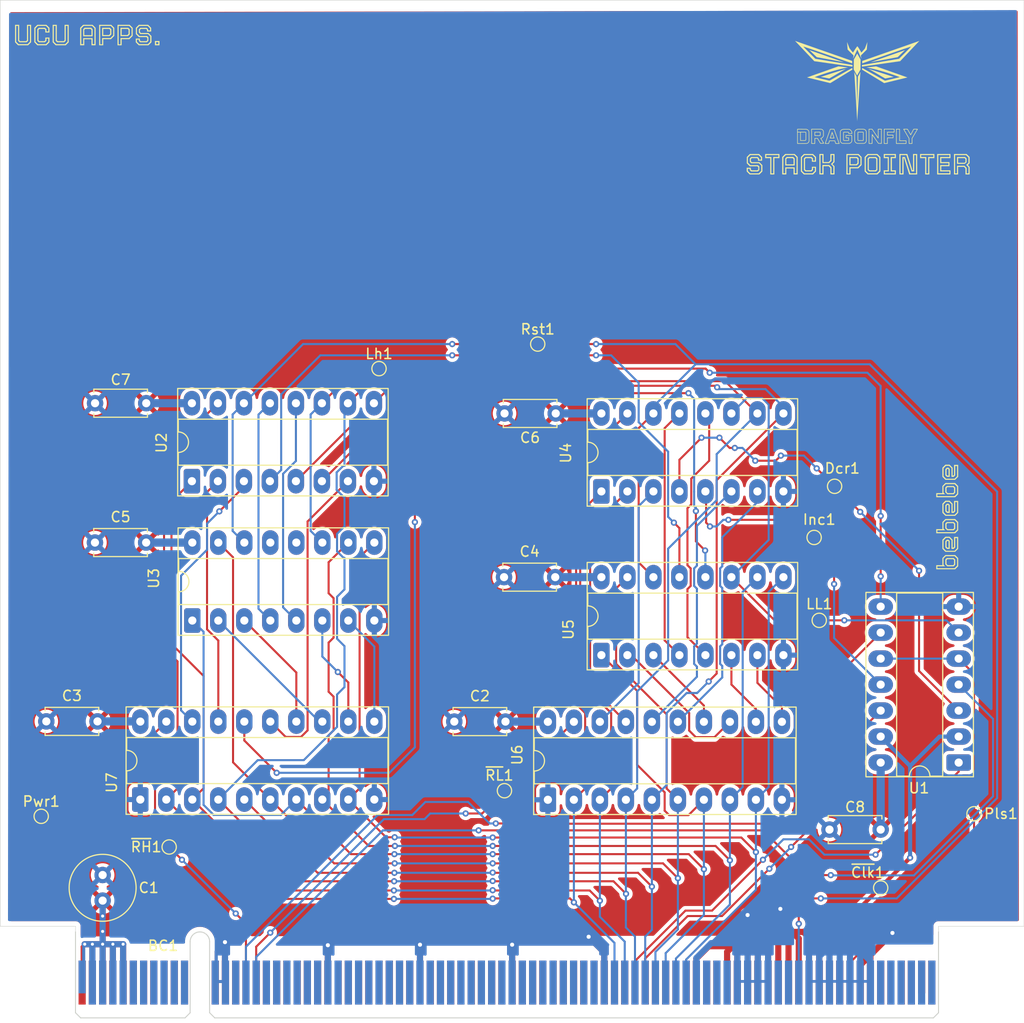
<source format=kicad_pcb>
(kicad_pcb (version 20241229) (generator "pcbnew") (generator_version "9.0")
  (layers (0 "F.Cu" signal) (2 "B.Cu" signal) (13 "F.Paste" user) (15 "B.Paste" user) (5 "F.SilkS" user "F.Silkscreen") (7 "B.SilkS" user "B.Silkscreen") (1 "F.Mask" user) (3 "B.Mask" user) (25 "Edge.Cuts" user))
  (net 0 "")
  (net 1 "VCC")
  (net 2 "GND")
  (net 3 "/RESET")
  (net 4 "/PULSE")
  (net 5 "Net-(U2-~{CO})")
  (net 6 "Net-(U2-~{BO})")
  (net 7 "/DH5")
  (net 8 "Net-(U2-DOWN)")
  (net 9 "/DH7")
  (net 10 "Net-(U2-UP)")
  (net 11 "/DH6")
  (net 12 "/DH4")
  (net 13 "/DH3")
  (net 14 "/DH0")
  (net 15 "/DH1")
  (net 18 "Net-(U4-~{CO})")
  (net 19 "/DL7")
  (net 20 "/DL4")
  (net 21 "Net-(U4-~{BO})")
  (net 22 "/DL6")
  (net 23 "/DL3")
  (net 24 "/DL1")
  (net 25 "/DL0")
  (net 26 "/DL2")
  (net 28 "/LSPL")
  (net 56 "/DATA0")
  (net 57 "/DATA1")
  (net 58 "/DATA2")
  (net 59 "/DATA3")
  (net 60 "/DATA4")
  (net 61 "/DATA5")
  (net 62 "/DATA6")
  (net 63 "/DATA7")
  (net 71 "/SPINC")
  (net 96 "/LSPH")
  (net 105 "/~{CLK}")
  (net 106 "/Ph")
  (net 107 "/CPu")
  (net 108 "/Pl")
  (net 109 "/DH2")
  (net 110 "/DL5")
  (net 115 "/~{RSPH}")
  (net 119 "/~{RSPL}")
  (net 121 "/SPDEC")
  (net 122 "/CPd")
  (footprint "Capacitor_THT:C_Disc_D5.0mm_W2.5mm_P5.00mm" (layer "F.Cu") (at 111 104.475735)
    (property "Reference" "C3")
    (property "Value" "C")
  )
  (footprint "kibuzzard-691DD7C3" (layer "F.Cu") (at 115 37.4)
    (property "Reference" "kibuzzard-691DD7C3" (hide yes))
    (property "Value" "G***" (hide yes))
  )
  (footprint "Capacitor_THT:C_Disc_D5.0mm_W2.5mm_P5.00mm" (layer "F.Cu") (at 150.85 104.495735)
    (property "Reference" "C2")
    (property "Value" "C")
  )
  (footprint "TestPoint:TestPoint_Pad_D1.0mm" (layer "F.Cu") (at 186 86.5)
    (property "Reference" "Inc1")
    (property "Value" "Increment")
  )
  (footprint "Capacitor_THT:C_Disc_D5.0mm_W2.5mm_P5.00mm" (layer "F.Cu") (at 192.5 115.05 180)
    (property "Reference" "C8")
    (property "Value" "C")
  )
  (footprint "kibuzzard-691DF60A" (layer "F.Cu") (at 190.3 50.025)
    (property "Reference" "kibuzzard-691DF60A" (hide yes))
    (property "Value" "G***" (hide yes))
  )
  (footprint "TestPoint:TestPoint_Pad_D1.0mm" (layer "F.Cu") (at 155.75 111.25)
    (property "Reference" "~{RL}1")
    (property "Value" "~{ReadLow}")
  )
  (footprint "TestPoint:TestPoint_Pad_D1.0mm" (layer "F.Cu") (at 192.5 120.75)
    (property "Reference" "~{Clk}1")
    (property "Value" "~{Clock}")
  )
  (footprint "TestPoint:TestPoint_Pad_D1.0mm" (layer "F.Cu") (at 201.621 113.5)
    (property "Reference" "Pls1")
    (property "Value" "Pulse")
  )
  (footprint "TestPoint:TestPoint_Pad_D1.0mm" (layer "F.Cu") (at 188 81.5)
    (property "Reference" "Dcr1")
    (property "Value" "Decrement")
  )
  (footprint "Capacitor_THT:C_Disc_D5.0mm_W2.5mm_P5.00mm" (layer "F.Cu") (at 155.71 90.38)
    (property "Reference" "C4")
    (property "Value" "C")
  )
  (footprint "kibuzzard-691DE1DA" (layer "F.Cu") (at 199 84.5 90)
    (property "Reference" "kibuzzard-691DE1DA" (hide yes))
    (property "Value" "G***" (hide yes))
  )
  (footprint "Connector_PCBEdge:BUS_PCIexpress_x16" (layer "F.Cu") (at 114.5 130)
    (property "Reference" "BC1")
    (property "Value" "BusConnector")
    (fp_line (start -0.65 -4.95) (end -0.65 2.95) (stroke (width 0.1)) (layer "Edge.Cuts"))
    (fp_line (start -0.65 2.95) (end -0.15 3.45) (stroke (width 0.1)) (layer "Edge.Cuts"))
    (fp_line (start -0.15 3.45) (end 10.05 3.45) (stroke (width 0.1)) (layer "Edge.Cuts"))
    (fp_line (start 10.55 -4) (end 10.55 2.95) (stroke (width 0.1)) (layer "Edge.Cuts"))
    (fp_line (start 10.55 2.95) (end 10.05 3.45) (stroke (width 0.1)) (layer "Edge.Cuts"))
    (fp_line (start 12.45 -4) (end 12.45 2.95) (stroke (width 0.1)) (layer "Edge.Cuts"))
    (fp_line (start 12.45 2.95) (end 12.95 3.45) (stroke (width 0.1)) (layer "Edge.Cuts"))
    (fp_line (start 12.95 3.45) (end 83.15 3.45) (stroke (width 0.1)) (layer "Edge.Cuts"))
    (fp_line (start 83.65 -4.95) (end 83.65 2.95) (stroke (width 0.1)) (layer "Edge.Cuts"))
    (fp_line (start 83.65 2.95) (end 83.15 3.45) (stroke (width 0.1)) (layer "Edge.Cuts"))
    (fp_arc (start 10.55 -4) (mid 11.5 -4.95) (end 12.45 -4) (stroke (width 0.1)) (layer "Edge.Cuts"))
  )
  (footprint "TestPoint:TestPoint_Pad_D1.0mm" (layer "F.Cu") (at 123 116.75)
    (property "Reference" "~{RH}1")
    (property "Value" "~{ReadHigh}")
  )
  (footprint "Package_DIP:DIP-16_W7.62mm_Socket_LongPads" (layer "F.Cu") (at 165.22 98 90)
    (property "Reference" "U5")
    (property "Value" "74HC193")
  )
  (footprint "Package_DIP:DIP-14_W7.62mm_Socket_LongPads" (layer "F.Cu") (at 200.12 108.5 180)
    (property "Reference" "U1")
    (property "Value" "74HC00")
  )
  (footprint "Capacitor_THT:C_Disc_D5.0mm_W2.5mm_P5.00mm" (layer "F.Cu") (at 155.76 74.38)
    (property "Reference" "C6")
    (property "Value" "C")
  )
  (footprint "TestPoint:TestPoint_Pad_D1.0mm" (layer "F.Cu") (at 159 67.6)
    (property "Reference" "Rst1")
    (property "Value" "Reset")
  )
  (footprint "Capacitor_THT:C_Disc_D5.0mm_W2.5mm_P5.00mm" (layer "F.Cu") (at 115.75 87)
    (property "Reference" "C5")
    (property "Value" "C")
  )
  (footprint "Package_DIP:DIP-20_W7.62mm_Socket_LongPads" (layer "F.Cu") (at 120.18 112.115735 90)
    (property "Reference" "U7")
    (property "Value" "74HC245")
  )
  (footprint "TestPoint:TestPoint_Pad_D1.0mm" (layer "F.Cu") (at 186.5 94.6)
    (property "Reference" "LL1")
    (property "Value" "LoadLow")
  )
  (footprint "Package_DIP:DIP-20_W7.62mm_Socket_LongPads" (layer "F.Cu") (at 159.992254 112.135735 90)
    (property "Reference" "U6")
    (property "Value" "74HC245")
  )
  (footprint "Capacitor_THT:C_Disc_D5.0mm_W2.5mm_P5.00mm" (layer "F.Cu") (at 120.76 73.38 180)
    (property "Reference" "C7")
    (property "Value" "C" (hide yes))
  )
  (footprint "Package_DIP:DIP-16_W7.62mm_Socket_LongPads" (layer "F.Cu") (at 125.22 81 90)
    (property "Reference" "U2")
    (property "Value" "74HC193")
  )
  (footprint "Package_DIP:DIP-16_W7.62mm_Socket_LongPads" (layer "F.Cu") (at 125.26 94.62 90)
    (property "Reference" "U3")
    (property "Value" "74HC193")
  )
  (footprint "TestPoint:TestPoint_Pad_D1.0mm" (layer "F.Cu") (at 143.5 70)
    (property "Reference" "Lh1")
    (property "Value" "LoadHigh")
  )
  (footprint "Package_DIP:DIP-16_W7.62mm_Socket_LongPads" (layer "F.Cu") (at 165.22 82 90)
    (property "Reference" "U4")
    (property "Value" "74HC193")
  )
  (footprint "TestPoint:TestPoint_Pad_D1.0mm" (layer "F.Cu") (at 110.5 113.75)
    (property "Reference" "Pwr1")
    (property "Value" "Power")
  )
  (footprint "Capacitor_THT:C_Radial_D6.3mm_H5.0mm_P2.50mm" (layer "F.Cu") (at 116.5 121.98901 90)
    (property "Reference" "C1")
    (property "Value" "C")
  )
  (gr_poly (pts (xy 195.116249 41.544167) (xy 192.840832 42.099791) (xy 190.671249 40.776875) (xy 190.697707 40.618125) (xy 192.920207 41.861667) (xy 194.366155 41.512416) (xy 193.987269 41.374156) (xy 193.629487 41.249368) (xy 193.293271 41.137426) (xy 192.979081 41.0377) (xy 192.687378 40.949563) (xy 192.418623 40.872386) (xy 192.173276 40.805541) (xy 191.951799 40.748399) (xy 191.754652 40.700333) (xy 191.582296 40.660714) (xy 191.313802 40.604304) (xy 191.094582 40.565208) (xy 192.047082 40.459375)) (fill yes) (layer "F.SilkS"))
  (gr_poly (pts (xy 188.448749 48) (xy 188.104791 48) (xy 188.025416 47.735417) (xy 187.496249 47.735417) (xy 187.416874 48) (xy 187.07953 47.99709) (xy 187.575624 46.597709) (xy 187.946041 46.597709)) (stroke (width 0.052916)) (fill no) (layer "F.SilkS"))
  (gr_poly (pts (xy 187.946041 47.470833) (xy 187.575624 47.470833) (xy 187.760832 46.915208)) (stroke (width 0.052916)) (fill no) (layer "F.SilkS"))
  (gr_poly (pts (xy 194.353985 47.727479) (xy 194.987397 47.730919) (xy 194.983957 48) (xy 194.031457 48) (xy 194.031457 46.597709) (xy 194.348957 46.597709)) (stroke (width 0.052916)) (fill no) (layer "F.SilkS"))
  (gr_poly (pts (xy 193.81979 46.597709) (xy 193.81979 46.88875) (xy 193.158333 46.88875) (xy 193.158333 47.179792) (xy 193.713957 47.179792) (xy 193.713957 47.444375) (xy 193.158333 47.444375) (xy 193.158333 48) (xy 192.840832 48) (xy 192.849034 46.594269)) (stroke (width 0.052916)) (fill no) (layer "F.SilkS"))
  (gr_poly (pts (xy 190.512499 41.147291) (xy 190.207169 45.81904) (xy 189.930416 41.120833) (xy 189.903957 40.988542) (xy 190.142082 41.464792) (xy 190.220399 44.327319) (xy 190.274374 41.464792) (xy 190.538957 40.988542)) (fill yes) (layer "F.SilkS"))
  (gr_poly (pts (xy 194.163749 39.559792) (xy 191.491457 40.0625) (xy 194.878124 38.871875)) (fill yes) (layer "F.SilkS"))
  (gr_poly (pts (xy 186.556076 46.88786) (xy 186.560562 46.888262) (xy 186.562931 46.888642) (xy 186.565358 46.889165) (xy 186.567823 46.889846) (xy 186.570307 46.890702) (xy 186.57279 46.891749) (xy 186.575252 46.893004) (xy 186.577675 46.894484) (xy 186.580039 46.896205) (xy 186.582324 46.898183) (xy 186.58451 46.900435) (xy 186.586578 46.902978) (xy 186.588509 46.905828) (xy 186.590283 46.909002) (xy 186.591881 46.912516) (xy 186.593282 46.916386) (xy 186.594468 46.92063) (xy 186.595419 46.925263) (xy 186.596115 46.930303) (xy 186.596537 46.935765) (xy 186.596666 46.941667) (xy 186.596666 47.179792) (xy 186.596302 47.182022) (xy 186.595773 47.184584) (xy 186.594946 47.187911) (xy 186.593772 47.191852) (xy 186.592201 47.196256) (xy 186.590184 47.200973) (xy 186.588992 47.203402) (xy 186.58767 47.205853) (xy 186.586212 47.208307) (xy 186.584611 47.210746) (xy 186.582861 47.21315) (xy 186.580956 47.2155) (xy 186.57889 47.217779) (xy 186.576657 47.219966) (xy 186.57425 47.222044) (xy 186.571663 47.223994) (xy 186.56889 47.225796) (xy 186.565925 47.227432) (xy 186.562761 47.228883) (xy 186.559393 47.230131) (xy 186.555814 47.231156) (xy 186.552017 47.23194) (xy 186.547998 47.232464) (xy 186.543749 47.232708) (xy 186.067499 47.232708) (xy 186.067499 46.88875) (xy 186.543749 46.88875) (xy 186.546034 46.888344) (xy 186.548655 46.888033) (xy 186.552055 46.887828)) (stroke (width 0.052916)) (fill no) (layer "F.SilkS"))
  (gr_poly (pts (xy 195.433748 47.153333) (xy 195.724791 46.597709) (xy 196.095207 46.597709) (xy 195.566041 47.497291) (xy 195.566041 48) (xy 195.274999 48) (xy 195.271294 47.501789) (xy 194.745832 46.597709) (xy 195.116249 46.597709)) (stroke (width 0.052916)) (fill no) (layer "F.SilkS"))
  (gr_poly (pts (xy 190.815916 46.598744) (xy 190.830127 46.600602) (xy 190.848569 46.603856) (xy 190.870403 46.608882) (xy 190.894791 46.616056) (xy 190.920893 46.625755) (xy 190.934325 46.631669) (xy 190.947871 46.638355) (xy 190.961426 46.645861) (xy 190.974886 46.654232) (xy 190.988145 46.663518) (xy 191.0011 46.673763) (xy 191.013644 46.685017) (xy 191.025673 46.697324) (xy 191.037083 46.710734) (xy 191.047768 46.725291) (xy 191.057623 46.741045) (xy 191.066544 46.758041) (xy 191.074427 46.776327) (xy 191.081165 46.79595) (xy 191.086654 46.816957) (xy 191.09079 46.839394) (xy 191.093468 46.86331) (xy 191.094582 46.88875) (xy 191.101462 47.7333) (xy 191.099871 47.744463) (xy 191.097377 47.757276) (xy 191.093301 47.773893) (xy 191.087305 47.793553) (xy 191.079054 47.815495) (xy 191.068208 47.838957) (xy 191.061708 47.85102) (xy 191.054432 47.863177) (xy 191.046339 47.875334) (xy 191.037388 47.887394) (xy 191.027535 47.899264) (xy 191.016738 47.910847) (xy 191.004956 47.922048) (xy 190.992146 47.932773) (xy 190.978267 47.942926) (xy 190.963275 47.952412) (xy 190.947129 47.961135) (xy 190.929787 47.969001) (xy 190.911206 47.975914) (xy 190.891345 47.981779) (xy 190.87016 47.986501) (xy 190.847611 47.989984) (xy 190.823655 47.992134) (xy 190.79825 47.992856) (xy 190.268024 47.993385) (xy 190.255178 47.991808) (xy 190.240421 47.989346) (xy 190.221263 47.985332) (xy 190.198573 47.979439) (xy 190.173216 47.97134) (xy 190.14606 47.960708) (xy 190.132079 47.95434) (xy 190.117972 47.947216) (xy 190.10385 47.939295) (xy 190.089819 47.930536) (xy 190.075989 47.920898) (xy 190.062468 47.910341) (xy 190.049364 47.898824) (xy 190.036786 47.886305) (xy 190.024842 47.872745) (xy 190.01364 47.858101) (xy 190.003288 47.842333) (xy 189.993896 47.8254) (xy 189.985572 47.807262) (xy 189.978423 47.787876) (xy 189.972558 47.767204) (xy 189.968086 47.745203) (xy 189.965115 47.721832) (xy 189.963754 47.697052) (xy 189.958884 47.385687) (xy 189.95694 47.128396) (xy 189.956874 46.88875) (xy 189.958696 46.877221) (xy 189.961545 46.863932) (xy 189.966192 46.846624) (xy 189.97302 46.826044) (xy 189.982407 46.802942) (xy 189.98818 46.790678) (xy 189.994736 46.778064) (xy 190.002122 46.765193) (xy 190.010386 46.752159) (xy 190.019576 46.739055) (xy 190.029738 46.725975) (xy 190.040922 46.713013) (xy 190.053173 46.700261) (xy 190.066541 46.687813) (xy 190.081071 46.675763) (xy 190.096813 46.664204) (xy 190.113813 46.65323) (xy 190.13212 46.642934) (xy 190.15178 46.63341) (xy 190.172841 46.624751) (xy 190.195352 46.617051) (xy 190.219358 46.610403) (xy 190.244909 46.604901) (xy 190.272051 46.600639) (xy 190.300832 46.597709) (xy 190.803541 46.597709)) (stroke (width 0.052916)) (fill no) (layer "F.SilkS"))
  (gr_poly (pts (xy 185.223743 46.603) (xy 185.26575 46.6141) (xy 185.286118 46.620692) (xy 185.308868 46.629543) (xy 185.333217 46.641019) (xy 185.345747 46.647856) (xy 185.358383 46.655487) (xy 185.371027 46.663957) (xy 185.383583 46.673313) (xy 185.395951 46.6836) (xy 185.408034 46.694863) (xy 185.419735 46.707149) (xy 185.430955 46.720504) (xy 185.441596 46.734972) (xy 185.451562 46.750601) (xy 185.460753 46.767435) (xy 185.469073 46.785521) (xy 185.476423 46.804905) (xy 185.482706 46.825631) (xy 185.487823 46.847746) (xy 185.491677 46.871296) (xy 185.494171 46.896326) (xy 185.495206 46.922883) (xy 185.503937 47.692026) (xy 185.50432 47.705162) (xy 185.50396 47.720244) (xy 185.502486 47.739812) (xy 185.499339 47.762976) (xy 185.493961 47.788843) (xy 185.49026 47.802512) (xy 185.485791 47.816522) (xy 185.480484 47.830762) (xy 185.474271 47.845121) (xy 185.467079 47.859486) (xy 185.45884 47.873747) (xy 185.449484 47.887792) (xy 185.438941 47.901509) (xy 185.427141 47.914788) (xy 185.414013 47.927516) (xy 185.399489 47.939582) (xy 185.383498 47.950875) (xy 185.36597 47.961283) (xy 185.346836 47.970695) (xy 185.326024 47.978999) (xy 185.303467 47.986084) (xy 185.279093 47.991838) (xy 185.252833 47.99615) (xy 185.224617 47.998908) (xy 185.194374 48.000001) (xy 184.659155 48.000894) (xy 184.374166 48.000001) (xy 184.374166 47.708958) (xy 184.665208 47.708958) (xy 184.873236 47.70995) (xy 185.025744 47.710074) (xy 185.114999 47.708958) (xy 185.119184 47.708498) (xy 185.123303 47.707631) (xy 185.127351 47.706385) (xy 185.131324 47.704788) (xy 185.135217 47.702867) (xy 185.139027 47.700651) (xy 185.142748 47.698166) (xy 185.146377 47.69544) (xy 185.149909 47.692501) (xy 185.15334 47.689376) (xy 185.156665 47.686094) (xy 185.15988 47.682681) (xy 185.165963 47.675575) (xy 185.171554 47.668279) (xy 185.176618 47.661014) (xy 185.181119 47.654001) (xy 185.185024 47.64746) (xy 185.188297 47.641614) (xy 185.192808 47.632886) (xy 185.194374 47.629583) (xy 185.195664 47.30398) (xy 185.195825 47.069803) (xy 185.194374 46.941667) (xy 185.193844 46.937209) (xy 185.192916 46.933006) (xy 185.191618 46.929052) (xy 185.189976 46.92534) (xy 185.188018 46.92186) (xy 185.185772 46.918607) (xy 185.183264 46.915573) (xy 185.180521 46.912749) (xy 185.177571 46.910128) (xy 185.17444 46.907704) (xy 185.171157 46.905468) (xy 185.167748 46.903413) (xy 185.16424 46.901532) (xy 185.160661 46.899816) (xy 185.153397 46.896853) (xy 185.146173 46.894463) (xy 185.139207 46.892587) (xy 185.132716 46.891164) (xy 185.126918 46.890135) (xy 185.118269 46.889016) (xy 185.114999 46.88875) (xy 184.665208 46.88875) (xy 184.665208 47.708958) (xy 184.374166 47.708958) (xy 184.374166 46.597709)) (stroke (width 0.052916)) (fill no) (layer "F.SilkS"))
  (gr_poly (pts (xy 187.477993 41.644973) (xy 186.649583 41.49125) (xy 189.110207 40.6975)) (fill yes) (layer "F.SilkS"))
  (gr_poly (pts (xy 192.575455 47.997618) (xy 192.275683 47.982537) (xy 191.67111 47.120788) (xy 191.66423 47.996824) (xy 191.359166 48) (xy 191.359166 46.597709) (xy 191.665289 46.598766) (xy 192.258749 47.470833) (xy 192.258749 46.597709) (xy 192.576249 46.597709)) (stroke (width 0.052916)) (fill no) (layer "F.SilkS"))
  (gr_poly (pts (xy 189.321874 40.565208) (xy 189.102654 40.604304) (xy 188.83416 40.660714) (xy 188.661804 40.700333) (xy 188.464657 40.748399) (xy 188.24318 40.805541) (xy 187.997834 40.872386) (xy 187.729078 40.949563) (xy 187.437375 41.0377) (xy 187.123185 41.137426) (xy 186.786969 41.249368) (xy 186.429188 41.374156) (xy 186.050301 41.512416) (xy 187.496249 41.861667) (xy 189.718749 40.618125) (xy 189.745207 40.776875) (xy 187.575624 42.099791) (xy 185.300208 41.544167) (xy 188.369374 40.459375)) (fill yes) (layer "F.SilkS"))
  (gr_poly (pts (xy 189.391725 46.609086) (xy 189.407678 46.610009) (xy 189.423287 46.61232) (xy 189.438539 46.615925) (xy 189.453425 46.620732) (xy 189.467934 46.626648) (xy 189.482055 46.633581) (xy 189.495778 46.641436) (xy 189.509092 46.650121) (xy 189.521987 46.659543) (xy 189.534452 46.66961) (xy 189.546476 46.680227) (xy 189.558049 46.691304) (xy 189.569161 46.702746) (xy 189.5798 46.71446) (xy 189.599621 46.738335) (xy 189.617426 46.762184) (xy 189.633131 46.785266) (xy 189.646651 46.806836) (xy 189.657903 46.826152) (xy 189.673263 46.855044) (xy 189.678533 46.865996) (xy 189.692291 47.021042) (xy 189.374791 47.021042) (xy 189.374753 47.022782) (xy 189.374691 47.021273) (xy 189.374791 46.968125) (xy 189.374662 46.961635) (xy 189.37424 46.955504) (xy 189.373544 46.949723) (xy 189.372593 46.94428) (xy 189.371407 46.939166) (xy 189.370006 46.934371) (xy 189.368408 46.929884) (xy 189.366634 46.925696) (xy 189.364703 46.921798) (xy 189.362635 46.918177) (xy 189.360449 46.914826) (xy 189.358164 46.911733) (xy 189.3558 46.908889) (xy 189.353377 46.906283) (xy 189.350915 46.903906) (xy 189.348432 46.901748) (xy 189.345948 46.899798) (xy 189.343483 46.898046) (xy 189.341056 46.896483) (xy 189.338687 46.895098) (xy 189.3342 46.892824) (xy 189.330179 46.891144) (xy 189.32678 46.889976) (xy 189.324159 46.889242) (xy 189.321874 46.88875) (xy 188.924999 46.88875) (xy 188.919121 46.888925) (xy 188.913679 46.889388) (xy 188.908657 46.890119) (xy 188.904038 46.8911) (xy 188.899807 46.892311) (xy 188.895946 46.893732) (xy 188.89244 46.895345) (xy 188.889272 46.89713) (xy 188.886426 46.899068) (xy 188.883885 46.901141) (xy 188.881632 46.903327) (xy 188.879653 46.90561) (xy 188.87793 46.907968) (xy 188.876446 46.910383) (xy 188.875186 46.912836) (xy 188.874133 46.915308) (xy 188.87327 46.917778) (xy 188.872582 46.920229) (xy 188.872052 46.922641) (xy 188.871664 46.924994) (xy 188.871246 46.929447) (xy 188.871198 46.933436) (xy 188.871388 46.936806) (xy 188.871686 46.939404) (xy 188.872082 46.941667) (xy 188.872082 47.656041) (xy 188.872287 47.660965) (xy 188.87293 47.665574) (xy 188.873983 47.669878) (xy 188.875417 47.673888) (xy 188.877202 47.677614) (xy 188.879309 47.681066) (xy 188.881709 47.684255) (xy 188.884373 47.687192) (xy 188.887271 47.689886) (xy 188.890375 47.692349) (xy 188.893654 47.69459) (xy 188.897081 47.69662) (xy 188.900625 47.69845) (xy 188.904257 47.70009) (xy 188.907949 47.701549) (xy 188.911671 47.70284) (xy 188.919087 47.704954) (xy 188.926273 47.706516) (xy 188.932994 47.70761) (xy 188.939018 47.708317) (xy 188.948036 47.708909) (xy 188.951457 47.708958) (xy 189.321874 47.708958) (xy 189.327194 47.70876) (xy 189.332148 47.708277) (xy 189.33675 47.707528) (xy 189.341012 47.706532) (xy 189.344947 47.705309) (xy 189.348569 47.703878) (xy 189.35189 47.702257) (xy 189.354922 47.700467) (xy 189.35768 47.698524) (xy 189.360175 47.69645) (xy 189.36242 47.694263) (xy 189.36443 47.691982) (xy 189.366215 47.689627) (xy 189.36779 47.687215) (xy 189.369167 47.684767) (xy 189.370359 47.682301) (xy 189.371379 47.679837) (xy 189.37224 47.677394) (xy 189.372954 47.67499) (xy 189.373535 47.672645) (xy 189.374348 47.668208) (xy 189.374782 47.664235) (xy 189.374941 47.660879) (xy 189.374926 47.658293) (xy 189.374791 47.656041) (xy 189.374791 47.446492) (xy 189.110207 47.444375) (xy 189.110207 47.20625) (xy 189.674034 47.205983) (xy 189.680715 47.404487) (xy 189.68408 47.578575) (xy 189.684315 47.662732) (xy 189.68303 47.736738) (xy 189.681838 47.753737) (xy 189.679408 47.770065) (xy 189.675825 47.78573) (xy 189.671172 47.80074) (xy 189.665533 47.815104) (xy 189.658991 47.828831) (xy 189.65163 47.841929) (xy 189.643533 47.854407) (xy 189.634784 47.866275) (xy 189.625467 47.877539) (xy 189.615665 47.88821) (xy 189.605463 47.898296) (xy 189.594943 47.907805) (xy 189.584189 47.916746) (xy 189.573285 47.925128) (xy 189.562314 47.93296) (xy 189.540508 47.947006) (xy 189.519438 47.958955) (xy 189.499775 47.968875) (xy 189.482187 47.976835) (xy 189.455911 47.987157) (xy 189.445964 47.990474) (xy 189.264096 47.99312) (xy 189.066118 47.993153) (xy 188.82287 47.989416) (xy 188.800615 47.988175) (xy 188.779613 47.985605) (xy 188.759829 47.981793) (xy 188.741227 47.976831) (xy 188.723772 47.970808) (xy 188.707427 47.963815) (xy 188.692156 47.95594) (xy 188.677924 47.947273) (xy 188.664695 47.937906) (xy 188.652432 47.927926) (xy 188.6411 47.917425) (xy 188.630663 47.906491) (xy 188.621086 47.895216) (xy 188.612331 47.883688) (xy 188.604364 47.871997) (xy 188.597148 47.860234) (xy 188.590647 47.848488) (xy 188.584826 47.836848) (xy 188.575079 47.814249) (xy 188.56762 47.793156) (xy 188.562161 47.774286) (xy 188.558414 47.758358) (xy 188.556094 47.746092) (xy 188.554583 47.735417) (xy 188.554583 46.88875) (xy 188.555969 46.864347) (xy 188.559156 46.841412) (xy 188.564022 46.819898) (xy 188.570445 46.799762) (xy 188.578306 46.780957) (xy 188.587483 46.763438) (xy 188.597855 46.747159) (xy 188.609302 46.732075) (xy 188.621702 46.718141) (xy 188.634935 46.705311) (xy 188.648879 46.693539) (xy 188.663413 46.682781) (xy 188.678418 46.67299) (xy 188.693771 46.664122) (xy 188.709353 46.656131) (xy 188.725041 46.648971) (xy 188.756254 46.636964) (xy 188.786445 46.627737) (xy 188.814645 46.620927) (xy 188.839886 46.616171) (xy 188.861203 46.613104) (xy 188.877627 46.611364) (xy 188.891927 46.610408) (xy 189.078921 46.608853) (xy 189.242863 46.608287)) (stroke (width 0.052916)) (fill no) (layer "F.SilkS"))
  (gr_poly (pts (xy 186.660973 46.598386) (xy 186.674045 46.599854) (xy 186.690998 46.602628) (xy 186.711055 46.607123) (xy 186.733438 46.613754) (xy 186.745259 46.618) (xy 186.75737 46.622935) (xy 186.769673 46.628611) (xy 186.782073 46.635081) (xy 186.79447 46.642395) (xy 186.806769 46.650606) (xy 186.818873 46.659766) (xy 186.830683 46.669926) (xy 186.842102 46.681138) (xy 186.853035 46.693455) (xy 186.863382 46.706927) (xy 186.873048 46.721608) (xy 186.881935 46.737548) (xy 186.889945 46.754799) (xy 186.896982 46.773413) (xy 186.902949 46.793443) (xy 186.907748 46.81494) (xy 186.911282 46.837955) (xy 186.913453 46.862542) (xy 186.914166 46.88875) (xy 186.914166 47.232708) (xy 186.91226 47.241277) (xy 186.90952 47.251276) (xy 186.905269 47.26445) (xy 186.89927 47.280325) (xy 186.891284 47.298425) (xy 186.881071 47.318276) (xy 186.875055 47.328709) (xy 186.868393 47.339401) (xy 186.861055 47.350294) (xy 186.853011 47.361327) (xy 186.844232 47.372441) (xy 186.834688 47.383577) (xy 186.824348 47.394676) (xy 186.813182 47.405678) (xy 186.801162 47.416523) (xy 186.788257 47.427152) (xy 186.774438 47.437506) (xy 186.759674 47.447526) (xy 186.743935 47.457151) (xy 186.727192 47.466324) (xy 186.709416 47.474983) (xy 186.690575 47.483071) (xy 186.670641 47.490526) (xy 186.649583 47.497291) (xy 186.660812 47.518218) (xy 186.692888 47.572731) (xy 186.792028 47.737665) (xy 186.937449 47.977246) (xy 186.61307 47.983861) (xy 186.332083 47.497291) (xy 186.0675 47.497291) (xy 186.0675 48) (xy 185.75 48) (xy 185.75 46.597709) (xy 185.776458 46.597709) (xy 186.649583 46.597709)) (stroke (width 0.052916)) (fill no) (layer "F.SilkS"))
  (gr_poly (pts (xy 191.147499 38.818958) (xy 190.565416 39.401042) (xy 190.618332 39.718542) (xy 190.221457 38.818958) (xy 189.798124 39.718542) (xy 189.851041 39.401042) (xy 189.268957 38.818958) (xy 189.216041 38.078125) (xy 189.452313 38.68455) (xy 189.505809 38.756889) (xy 189.561088 38.829853) (xy 189.625086 38.911827) (xy 189.690077 38.991172) (xy 189.720529 39.026221) (xy 189.748333 39.056248) (xy 189.772521 39.079798) (xy 189.792127 39.095416) (xy 189.799911 39.099796) (xy 189.806187 39.101647) (xy 189.810835 39.100787) (xy 189.813734 39.097036) (xy 189.821319 39.081266) (xy 189.835529 39.055861) (xy 189.880195 38.98195) (xy 189.940462 38.886918) (xy 190.009063 38.78238) (xy 190.078731 38.67995) (xy 190.142198 38.591243) (xy 190.169335 38.555666) (xy 190.192196 38.527874) (xy 190.209873 38.509321) (xy 190.216484 38.503963) (xy 190.221457 38.501458) (xy 190.22646 38.50225) (xy 190.233152 38.506505) (xy 190.251121 38.524492) (xy 190.274393 38.553589) (xy 190.301998 38.591966) (xy 190.366332 38.689238) (xy 190.436365 38.801661) (xy 190.562497 39.01339) (xy 190.618332 39.11) (xy 190.962291 38.713125) (xy 191.200416 38.078125)) (fill yes) (layer "F.SilkS"))
  (gr_poly (pts (xy 193.766874 41.49125) (xy 192.938463 41.644973) (xy 191.306249 40.6975)) (fill yes) (layer "F.SilkS"))
  (gr_poly (pts (xy 190.275697 40.028632) (xy 190.27649 40.637439) (xy 190.213784 40.835348) (xy 190.212991 40.834024) (xy 190.135733 40.644582) (xy 190.142082 40.036041) (xy 190.206641 39.823845)) (fill yes) (layer "F.SilkS"))
  (gr_poly (pts (xy 188.924999 40.0625) (xy 186.252708 39.559792) (xy 185.538333 38.871875)) (fill yes) (layer "F.SilkS"))
  (gr_poly (pts (xy 194.401874 39.956667) (xy 190.671249 40.485833) (xy 190.671249 40.327083) (xy 194.29604 39.718542) (xy 194.886656 39.129778) (xy 195.287905 38.721319) (xy 195.416717 38.58409) (xy 195.450883 38.544166) (xy 195.458869 38.532869) (xy 195.460207 38.527917) (xy 194.706467 38.776865) (xy 193.070424 39.341576) (xy 190.697707 40.168333) (xy 190.697707 39.930208) (xy 196.280415 37.972292)) (fill yes) (layer "F.SilkS"))
  (gr_poly (pts (xy 190.753054 46.888788) (xy 190.755545 46.888963) (xy 190.758785 46.889354) (xy 190.762629 46.890045) (xy 190.766934 46.891122) (xy 190.769215 46.891831) (xy 190.771557 46.892669) (xy 190.773943 46.893644) (xy 190.776355 46.894769) (xy 190.778774 46.896054) (xy 190.781183 46.897509) (xy 190.783564 46.899145) (xy 190.785899 46.900972) (xy 190.78817 46.903001) (xy 190.79036 46.905242) (xy 190.792449 46.907707) (xy 190.794421 46.910405) (xy 190.796257 46.913347) (xy 190.797939 46.916544) (xy 190.79945 46.920006) (xy 190.800772 46.923744) (xy 190.801886 46.927769) (xy 190.802775 46.932091) (xy 190.803421 46.93672) (xy 190.803805 46.941667) (xy 190.804727 47.072259) (xy 190.804434 47.306163) (xy 190.803277 47.629583) (xy 190.803738 47.632962) (xy 190.804107 47.636841) (xy 190.804384 47.641874) (xy 190.804433 47.647833) (xy 190.804114 47.654489) (xy 190.803289 47.661612) (xy 190.802644 47.665277) (xy 190.801821 47.668973) (xy 190.800803 47.672671) (xy 190.799572 47.676344) (xy 190.798111 47.679961) (xy 190.796403 47.683494) (xy 190.794431 47.686916) (xy 190.792178 47.690197) (xy 190.789625 47.693308) (xy 190.786757 47.696221) (xy 190.783555 47.698907) (xy 190.780002 47.701338) (xy 190.776082 47.703485) (xy 190.771777 47.70532) (xy 190.767069 47.706813) (xy 190.761942 47.707936) (xy 190.756378 47.708661) (xy 190.75036 47.708958) (xy 190.353485 47.708958) (xy 190.350107 47.709137) (xy 190.341194 47.709099) (xy 190.335235 47.708729) (xy 190.328579 47.707982) (xy 190.321456 47.706749) (xy 190.314095 47.704923) (xy 190.310397 47.703755) (xy 190.306724 47.702397) (xy 190.303107 47.700837) (xy 190.299573 47.699062) (xy 190.296152 47.697058) (xy 190.292871 47.694811) (xy 190.28976 47.692308) (xy 190.286847 47.689536) (xy 190.284161 47.686481) (xy 190.28173 47.683129) (xy 190.279583 47.679468) (xy 190.277749 47.675483) (xy 190.276256 47.671162) (xy 190.275132 47.66649) (xy 190.274408 47.661454) (xy 190.27411 47.656041) (xy 190.274639 46.968125) (xy 190.274221 46.964801) (xy 190.273899 46.960981) (xy 190.27368 46.95602) (xy 190.273696 46.950142) (xy 190.274081 46.943568) (xy 190.274968 46.936524) (xy 190.275642 46.932895) (xy 190.276491 46.929231) (xy 190.277532 46.925562) (xy 190.278783 46.921914) (xy 190.280259 46.918316) (xy 190.281977 46.914795) (xy 190.283954 46.91138) (xy 190.286207 46.908098) (xy 190.288751 46.904977) (xy 190.291605 46.902046) (xy 190.294785 46.899331) (xy 190.298306 46.896861) (xy 190.302187 46.894665) (xy 190.306443 46.892769) (xy 190.311091 46.891201) (xy 190.316148 46.88999) (xy 190.321631 46.889164) (xy 190.327556 46.88875) (xy 190.750889 46.88875)) (stroke (width 0.052916)) (fill no) (layer "F.SilkS"))
  (gr_poly (pts (xy 189.718749 39.930208) (xy 189.718749 40.168333) (xy 187.346032 39.341576) (xy 185.709989 38.776865) (xy 184.956249 38.527917) (xy 184.957587 38.532869) (xy 184.965574 38.544166) (xy 184.999739 38.58409) (xy 185.128551 38.721319) (xy 185.5298 39.129778) (xy 186.120416 39.718542) (xy 189.745207 40.327083) (xy 189.745207 40.485833) (xy 186.014583 39.956667) (xy 184.136041 37.972292)) (fill yes) (layer "F.SilkS"))
  (gr_poly (pts (xy 190.538957 39.797917) (xy 190.529168 40.769731) (xy 190.194999 41.358958) (xy 189.866386 40.76444) (xy 189.877499 39.797917) (xy 190.209022 39.206309)) (fill yes) (layer "F.SilkS"))
  (gr_line (start 106.5 124.5) (end 106.5 34) (stroke (width 0.05)) (layer "Edge.Cuts"))
  (gr_line (start 198.15 124.5) (end 206.5 124.5) (stroke (width 0.05)) (layer "Edge.Cuts"))
  (gr_line (start 113.85 124.5) (end 113.85 125.05) (stroke (width 0.05)) (layer "Edge.Cuts"))
  (gr_line (start 206.5 34) (end 106.5 34) (stroke (width 0.05)) (layer "Edge.Cuts"))
  (gr_line (start 198.15 124.5) (end 198.15 125.05) (stroke (width 0.05)) (layer "Edge.Cuts"))
  (gr_line (start 206.5 34) (end 206.5 124.5) (stroke (width 0.05)) (layer "Edge.Cuts"))
  (gr_line (start 106.5 124.5) (end 113.85 124.5) (stroke (width 0.05)) (layer "Edge.Cuts"))
  (segment (start 116.5 130) (end 116.5 126.25) (width 0.6) (layer "F.Cu") (net 1))
  (segment (start 114.5 130) (end 114.5 126.5) (width 0.3) (layer "F.Cu") (net 1))
  (segment (start 116.5 126.25) (end 116.5 121.98901) (width 0.6) (layer "F.Cu") (net 1))
  (segment (start 118.5 126.25) (end 114.75 126.25) (width 0.6) (layer "F.Cu") (net 1))
  (segment (start 118.5 130) (end 118.5 126.25) (width 0.6) (layer "F.Cu") (net 1))
  (segment (start 114.5 126.5) (end 114.75 126.25) (width 0.3) (layer "F.Cu") (net 1))
  (segment (start 115.5 130) (end 115.5 126.25) (width 0.6) (layer "F.Cu") (net 1))
  (segment (start 117.5 130) (end 117.5 126.25) (width 0.6) (layer "F.Cu") (net 1))
  (via (at 118.5 126.25) (size 0.6) (drill 0.3) (layers "F.Cu" "B.Cu") (net 1))
  (via (at 116.5 123.5) (size 0.6) (drill 0.3) (layers "F.Cu" "B.Cu") (net 1))
  (via (at 116.5 125) (size 0.6) (drill 0.3) (layers "F.Cu" "B.Cu") (net 1))
  (via (at 117.5 126.25) (size 0.6) (drill 0.3) (layers "F.Cu" "B.Cu") (net 1))
  (via (at 115.5 126.25) (size 0.6) (drill 0.3) (layers "F.Cu" "B.Cu") (net 1))
  (via (at 116.5 126.25) (size 0.6) (drill 0.3) (layers "F.Cu" "B.Cu") (net 1))
  (via (at 114.75 126.25) (size 0.6) (drill 0.3) (layers "F.Cu" "B.Cu") (net 1))
  (segment (start 120.16 104.475735) (end 120.18 104.495735) (width 0.8) (layer "B.Cu") (net 1))
  (segment (start 114.75 126.25) (end 114.651 126.349) (width 0.3) (layer "B.Cu") (net 1))
  (segment (start 160.71 90.38) (end 165.22 90.38) (width 0.8) (layer "B.Cu") (net 1))
  (segment (start 118.5 126.25) (end 114.75 126.25) (width 0.6) (layer "B.Cu") (net 1))
  (segment (start 192.5 115.05) (end 192.5 108.5) (width 0.8) (layer "B.Cu") (net 1))
  (segment (start 115.5 126.25) (end 115.5 130) (width 0.6) (layer "B.Cu") (net 1))
  (segment (start 114.651 126.349) (end 114.651 129.45) (width 0.3) (layer "B.Cu") (net 1))
  (segment (start 116.5 125) (end 116.5 123.5) (width 0.6) (layer "B.Cu") (net 1))
  (segment (start 120.76 73.38) (end 125.22 73.38) (width 0.8) (layer "B.Cu") (net 1))
  (segment (start 116.5 123.5) (end 116.5 121.98901) (width 0.6) (layer "B.Cu") (net 1))
  (segment (start 160.76 74.38) (end 165.22 74.38) (width 0.8) (layer "B.Cu") (net 1))
  (segment (start 116.5 126.25) (end 116.5 130) (width 0.6) (layer "B.Cu") (net 1))
  (segment (start 159.972254 104.495735) (end 159.992254 104.515735) (width 0.8) (layer "B.Cu") (net 1))
  (segment (start 116 104.475735) (end 120.16 104.475735) (width 0.8) (layer "B.Cu") (net 1))
  (segment (start 155.85 104.495735) (end 159.972254 104.495735) (width 0.8) (layer "B.Cu") (net 1))
  (segment (start 118.5 130) (end 118.5 126.25) (width 0.6) (layer "B.Cu") (net 1))
  (segment (start 117.5 130) (end 117.5 126.25) (width 0.6) (layer "B.Cu") (net 1))
  (segment (start 116.5 126.25) (end 116.5 125) (width 0.6) (layer "B.Cu") (net 1))
  (segment (start 120.75 87) (end 125.26 87) (width 0.8) (layer "B.Cu") (net 1))
  (segment (start 181.5 126.3) (end 181.5 129.9) (width 0.6) (layer "F.Cu") (net 2))
  (segment (start 191.5 130) (end 191.5 127.3) (width 0.6) (layer "F.Cu") (net 2))
  (segment (start 184.5 125.7) (end 183.85 125.05) (width 0.6) (layer "F.Cu") (net 2))
  (segment (start 182.5 130) (end 182.5 125.4) (width 0.6) (layer "F.Cu") (net 2))
  (segment (start 183.4 123.5) (end 182.65 122.75) (width 0.6) (layer "F.Cu") (net 2))
  (segment (start 178.5 129.9) (end 178.5 126) (width 0.6) (layer "F.Cu") (net 2))
  (segment (start 175.7 126.45) (end 178.05 126.45) (width 0.6) (layer "F.Cu") (net 2))
  (segment (start 178.5 126) (end 179.5 125) (width 0.6) (layer "F.Cu") (net 2))
  (segment (start 138.5 130) (end 138.5 126.35) (width 0.6) (layer "F.Cu") (net 2))
  (segment (start 174.5 127.65) (end 175.7 126.45) (width 0.6) (layer "F.Cu") (net 2))
  (segment (start 184.5 130) (end 184.5 125.7) (width 0.6) (layer "F.Cu") (net 2))
  (segment (start 183.4 125.05) (end 183.4 123.5) (width 0.6) (layer "F.Cu") (net 2))
  (segment (start 179.5 123.4) (end 179.5 124.3) (width 0.6) (layer "F.Cu") (net 2))
  (segment (start 183.85 125.05) (end 185.45 125.05) (width 0.6) (layer "F.Cu") (net 2))
  (segment (start 147.5 129.95) (end 147.5 126.3) (width 0.6) (layer "F.Cu") (net 2))
  (segment (start 128.45 126.05) (end 128.45 129.95) (width 0.6) (layer "F.Cu") (net 2))
  (segment (start 183.4 125.05) (end 183.85 125.05) (width 0.6) (layer "F.Cu") (net 2))
  (segment (start 184.95 125.05) (end 185.5 125.6) (width 0.6) (layer "F.Cu") (net 2))
  (segment (start 185.5 125.6) (end 185.5 130) (width 0.6) (layer "F.Cu") (net 2))
  (segment (start 178.05 126.45) (end 178.5 126) (width 0.6) (layer "F.Cu") (net 2))
  (segment (start 182.5 125.4) (end 182.85 125.05) (width 0.6) (layer "F.Cu") (net 2))
  (segment (start 174.5 130) (end 174.5 127.65) (width 0.6) (layer "F.Cu") (net 2))
  (segment (start 163.975 125.525) (end 165.5 127.05) (width 0.6) (layer "F.Cu") (net 2))
  (segment (start 177.5 129.9) (end 177.5 127) (width 0.6) (layer "F.Cu") (net 2))
  (segment (start 177.5 127) (end 178.05 126.45) (width 0.6) (layer "F.Cu") (net 2))
  (segment (start 183.5 130) (end 183.5 125.7) (width 0.6) (layer "F.Cu") (net 2))
  (segment (start 179.5 125) (end 179.5 129.9) (width 0.6) (layer "F.Cu") (net 2))
  (segment (start 191.5 127.3) (end 193.65 125.15) (width 0.6) (layer "F.Cu") (net 2))
  (segment (start 165.5 127.05) (end 165.5 130) (width 0.6) (layer "F.Cu") (net 2))
  (segment (start 190.5 128.3) (end 191.5 127.3) (width 0.6) (layer "F.Cu") (net 2))
  (segment (start 186.5 126.1) (end 185.45 125.05) (width 0.6) (layer "F.Cu") (net 2))
  (segment (start 190.5 130) (end 190.5 128.3) (width 0.6) (layer "F.Cu") (net 2))
  (segment (start 183.5 125.7) (end 182.85 125.05) (width 0.6) (layer "F.Cu") (net 2))
  (segment (start 180.5 125.3) (end 181.5 126.3) (width 0.6) (layer "F.Cu") (net 2))
  (segment (start 156.5 129.95) (end 156.5 126.3) (width 0.6) (layer "F.Cu") (net 2))
  (segment (start 185.45 125.05) (end 184.95 125.05) (width 0.6) (layer "F.Cu") (net 2))
  (segment (start 182.85 125.05) (end 183.4 125.05) (width 0.6) (layer "F.Cu") (net 2))
  (segment (start 127.551 126.999) (end 127.551 130) (width 0.2) (layer "F.Cu") (net 2))
  (segment (start 187.5 126.15) (end 187.5 130) (width 0.6) (layer "F.Cu") (net 2))
  (segment (start 185.45 125.05) (end 186.4 125.05) (width 0.6) (layer "F.Cu") (net 2))
  (segment (start 186.4 125.05) (end 187.5 126.15) (width 0.6) (layer "F.Cu") (net 2))
  (segment (start 179.5 125) (end 179.5 123.4) (width 0.6) (layer "F.Cu") (net 2))
  (segment (start 186.5 130) (end 186.5 126.1) (width 0.6) (layer "F.Cu") (net 2))
  (segment (start 128.45 126.1) (end 127.551 126.999) (width 0.2) (layer "F.Cu") (net 2))
  (segment (start 179.5 124.3) (end 180.5 125.3) (width 0.6) (layer "F.Cu") (net 2))
  (segment (start 128.45 126.05) (end 128.45 126.1) (width 0.2) (layer "F.Cu") (net 2))
  (segment (start 180.5 129.9) (end 180.5 125.3) (width 0.6) (layer "F.Cu") (net 2))
  (via (at 182.7 122.8) (size 0.8) (drill 0.4) (layers "F.Cu" "B.Cu") (net 2))
  (via (at 156.5 126.3) (size 0.8) (drill 0.4) (layers "F.Cu" "B.Cu") (net 2))
  (via (at 179.5 123.4) (size 0.8) (drill 0.4) (layers "F.Cu" "B.Cu") (net 2))
  (via (at 163.975 125.525) (size 0.8) (drill 0.4) (layers "F.Cu" "B.Cu") (net 2))
  (via (at 138.5 126.35) (size 0.8) (drill 0.4) (layers "F.Cu" "B.Cu") (net 2))
  (via (at 147.5 126.3) (size 0.8) (drill 0.4) (layers "F.Cu" "B.Cu") (net 2))
  (via (at 193.65 125.15) (size 0.8) (drill 0.4) (layers "F.Cu" "B.Cu") (net 2))
  (via (at 128.45 126.05) (size 0.8) (drill 0.4) (layers "F.Cu" "B.Cu") (net 2))
  (segment (start 181.5 126.4) (end 180.5 125.4) (width 0.6) (layer "B.Cu") (net 2))
  (segment (start 189.3 126.8) (end 189.55 126.8) (width 0.6) (layer "B.Cu") (net 2))
  (segment (start 188.5 130) (end 188.5 127.1) (width 0.6) (layer "B.Cu") (net 2))
  (segment (start 174.5 130) (end 174.5 127.599942) (width 0.6) (layer "B.Cu") (net 2))
  (segment (start 189.5 127.25) (end 189.95 126.8) (width 0.6) (layer "B.Cu") (net 2))
  (segment (start 185.5 126.8) (end 187.15 126.8) (width 0.6) (layer "B.Cu") (net 2))
  (segment (start 179.5 129.9) (end 179.5 125.15) (width 0.6) (layer "B.Cu") (net 2))
  (segment (start 190.4 126.8) (end 190.725 127.125) (width 0.6) (layer "B.Cu") (net 2))
  (segment (start 180.5 125.4) (end 179.5 124.4) (width 0.6) (layer "B.Cu") (net 2))
  (segment (start 179.5 125.15) (end 179.5 124.4) (width 0.6) (layer "B.Cu") (net 2))
  (segment (start 191.5 127.9) (end 191.5 130) (width 0.6) (layer "B.Cu") (net 2))
  (segment (start 181.5 129.9) (end 181.5 126.4) (width 0.6) (layer "B.Cu") (net 2))
  (segment (start 187.4 124.9) (end 185.5 126.8) (width 0.6) (layer "B.Cu") (net 2))
  (segment (start 180.5 129.9) (end 180.5 125.4) (width 0.6) (layer "B.Cu") (net 2))
  (segment (start 178.5 126.15) (end 179.5 125.15) (width 0.6) (layer "B.Cu") (net 2))
  (segment (start 187.15 126.8) (end 187.95 126.8) (width 0.6) (layer "B.Cu") (net 2))
  (segment (start 190.5 127.35) (end 190.725 127.125) (width 0.6) (layer "B.Cu") (net 2))
  (segment (start 185.5 130) (end 185.5 126.8) (width 0.6) (layer "B.Cu") (net 2))
  (segment (start 175.949942 126.15) (end 178.5 126.15) (width 0.6) (layer "B.Cu") (net 2))
  (segment (start 187.95 126.8) (end 188.8 126.8) (width 0.6) (layer "B.Cu") (net 2))
  (segment (start 128.45 126.05) (end 127.551 126.949) (width 0.2) (layer "B.Cu") (net 2))
  (segment (start 163.975 125.525) (end 165.5 127.05) (width 0.6) (layer "B.Cu") (net 2))
  (segment (start 188.5 127.1) (end 188.8 126.8) (width 0.6) (layer "B.Cu") (net 2))
  (segment (start 174.5 127.599942) (end 175.949942 126.15) (width 0.6) (layer "B.Cu") (net 2))
  (segment (start 128.45 129.95) (end 128.45 126.05) (width 0.6) (layer "B.Cu") (net 2))
  (segment (start 189.3 126.1) (end 190.95 124.45) (width 0.6) (layer "B.Cu") (net 2))
  (segment (start 187.5 127.25) (end 187.95 126.8) (width 0.6) (layer "B.Cu") (net 2))
  (segment (start 156.5 129.95) (end 156.5 126.3) (width 0.6) (layer "B.Cu") (net 2))
  (segment (start 179.5 124.4) (end 179.5 123.4) (width 0.6) (layer "B.Cu") (net 2))
  (segment (start 190.5 130) (end 190.5 127.35) (width 0.6) (layer "B.Cu") (net 2))
  (segment (start 188.8 126.8) (end 189.3 126.8) (width 0.6) (layer "B.Cu") (net 2))
  (segment (start 186.5 130) (end 186.5 127.45) (width 0.6) (layer "B.Cu") (net 2))
  (segment (start 187.5 130) (end 187.5 127.25) (width 0.6) (layer "B.Cu") (net 2))
  (segment (start 186.5 127.45) (end 187.15 126.8) (width 0.6) (layer "B.Cu") (net 2))
  (segment (start 138.5 130) (end 138.5 126.35) (width 0.6) (layer "B.Cu") (net 2))
  (segment (start 147.5 129.95) (end 147.5 126.3) (width 0.6) (layer "B.Cu") (net 2))
  (segment (start 189.5 130) (end 189.5 127.25) (width 0.6) (layer "B.Cu") (net 2))
  (segment (start 189.55 126.8) (end 189.95 126.8) (width 0.6) (layer "B.Cu") (net 2))
  (segment (start 189.3 126.8) (end 189.3 126.1) (width 0.6) (layer "B.Cu") (net 2))
  (segment (start 190.725 127.125) (end 191.5 127.9) (width 0.6) (layer "B.Cu") (net 2))
  (segment (start 127.551 126.949) (end 127.551 130) (width 0.2) (layer "B.Cu") (net 2))
  (segment (start 178.5 129.9) (end 178.5 126.15) (width 0.6) (layer "B.Cu") (net 2))
  (segment (start 165.5 127.05) (end 165.5 130) (width 0.6) (layer "B.Cu") (net 2))
  (segment (start 189.95 126.8) (end 190.4 126.8) (width 0.6) (layer "B.Cu") (net 2))
  (segment (start 168.861 88.941) (end 168.861 75.819) (width 0.2) (layer "F.Cu") (net 3))
  (segment (start 185.424943 121.775057) (end 186.65 121.775057) (width 0.2) (layer "F.Cu") (net 3))
  (segment (start 184.5 122.7) (end 185.424943 121.775057) (width 0.2) (layer "F.Cu") (net 3))
  (segment (start 168.861 75.819) (end 170.3 74.38) (width 0.2) (layer "F.Cu") (net 3))
  (segment (start 170.3 90.38) (end 168.861 88.941) (width 0.2) (layer "F.Cu") (net 3))
  (segment (start 150.65 67.6) (end 164.7 67.6) (width 0.2) (layer "F.Cu") (net 3))
  (segment (start 184.5 124.25) (end 184.5 122.7) (width 0.2) (layer "F.Cu") (net 3))
  (via (at 150.65 67.6) (size 0.6) (drill 0.3) (layers "F.Cu" "B.Cu") (net 3))
  (via (at 164.7 67.6) (size 0.6) (drill 0.3) (layers "F.Cu" "B.Cu") (net 3))
  (via (at 184.5 124.25) (size 0.6) (drill 0.3) (layers "F.Cu" "B.Cu") (net 3))
  (via (at 186.65 121.775057) (size 0.6) (drill 0.3) (layers "F.Cu" "B.Cu") (net 3))
  (segment (start 136.08 67.6) (end 130.3 73.38) (width 0.2) (layer "B.Cu") (net 3))
  (segment (start 186.65 121.775057) (end 194.067043 121.775057) (width 0.2) (layer "B.Cu") (net 3))
  (segment (start 150.65 67.6) (end 136.08 67.6) (width 0.2) (layer "B.Cu") (net 3))
  (segment (start 130.34 87) (end 129.199 85.859) (width 0.2) (layer "B.Cu") (net 3))
  (segment (start 184.5 130) (end 184.5 124.25) (width 0.2) (layer "B.Cu") (net 3))
  (segment (start 194.067043 121.775057) (end 203.876 111.9661) (width 0.2) (layer "B.Cu") (net 3))
  (segment (start 129.199 85.859) (end 129.199 74.481) (width 0.2) (layer "B.Cu") (net 3))
  (segment (start 129.199 74.481) (end 130.3 73.38) (width 0.2) (layer "B.Cu") (net 3))
  (segment (start 170.3 73.7) (end 170.3 74.38) (width 0.2) (layer "B.Cu") (net 3))
  (segment (start 172.45 67.6) (end 164.7 67.6) (width 0.2) (layer "B.Cu") (net 3))
  (segment (start 174.425 69.575) (end 170.3 73.7) (width 0.2) (layer "B.Cu") (net 3))
  (segment (start 174.425 69.575) (end 172.45 67.6) (width 0.2) (layer "B.Cu") (net 3))
  (segment (start 203.876 82.026) (end 191.425 69.575) (width 0.2) (layer "B.Cu") (net 3))
  (segment (start 203.876 111.9661) (end 203.876 82.026) (width 0.2) (layer "B.Cu") (net 3))
  (segment (start 191.425 69.575) (end 174.425 69.575) (width 0.2) (layer "B.Cu") (net 3))
  (segment (start 201.621 99.841) (end 200.12 98.34) (width 0.2) (layer "F.Cu") (net 4))
  (segment (start 189.5 130) (end 189.5 128.05) (width 0.2) (layer "F.Cu") (net 4))
  (segment (start 189.5 128.05) (end 201.621 115.929) (width 0.2) (layer "F.Cu") (net 4))
  (segment (start 201.621 115.929) (end 201.621 99.841) (width 0.2) (layer "F.Cu") (net 4))
  (segment (start 200.12 98.34) (end 192.5 98.34) (width 0.2) (layer "B.Cu") (net 4))
  (segment (start 135.42 94.62) (end 134.12855 93.32855) (width 0.2) (layer "B.Cu") (net 5))
  (segment (start 134.12855 93.32855) (end 134.12855 80.27855) (width 0.2) (layer "B.Cu") (net 5))
  (segment (start 135.38 79.0271) (end 135.38 73.38) (width 0.2) (layer "B.Cu") (net 5))
  (segment (start 134.12855 80.27855) (end 135.38 79.0271) (width 0.2) (layer "B.Cu") (net 5))
  (segment (start 132.88 94.62) (end 131.725 93.465) (width 0.2) (layer "B.Cu") (net 6))
  (segment (start 131.725 93.465) (end 131.725 74.495) (width 0.2) (layer "B.Cu") (net 6))
  (segment (start 131.725 74.495) (end 132.84 73.38) (width 0.2) (layer "B.Cu") (net 6))
  (segment (start 137.96 104.495735) (end 137.675735 104.495735) (width 0.2) (layer "B.Cu") (net 7))
  (segment (start 137.675735 104.495735) (end 127.8 94.62) (width 0.2) (layer "B.Cu") (net 7))
  (segment (start 172.84 85.59) (end 172.3 85.05) (width 0.2) (layer "F.Cu") (net 8))
  (segment (start 172.84 90.38) (end 172.84 85.59) (width 0.2) (layer "F.Cu") (net 8))
  (segment (start 164.7 68.7) (end 150.65 68.7) (width 0.2) (layer "F.Cu") (net 8))
  (via (at 172.3 85.05) (size 0.6) (drill 0.3) (layers "F.Cu" "B.Cu") (net 8))
  (via (at 150.65 68.7) (size 0.6) (drill 0.3) (layers "F.Cu" "B.Cu") (net 8))
  (via (at 164.7 68.7) (size 0.6) (drill 0.3) (layers "F.Cu" "B.Cu") (net 8))
  (segment (start 168.861 71.386) (end 166.175 68.7) (width 0.2) (layer "B.Cu") (net 8))
  (segment (start 172.3 85.05) (end 171.739 84.489) (width 0.2) (layer "B.Cu") (net 8))
  (segment (start 171.739 78.114049) (end 168.861 75.236049) (width 0.2) (layer "B.Cu") (net 8))
  (segment (start 171.739 84.489) (end 171.739 78.114049) (width 0.2) (layer "B.Cu") (net 8))
  (segment (start 133.941 79.899) (end 132.84 81) (width 0.2) (layer "B.Cu") (net 8))
  (segment (start 150.65 68.7) (end 137.764951 68.7) (width 0.2) (layer "B.Cu") (net 8))
  (segment (start 166.175 68.7) (end 164.7 68.7) (width 0.2) (layer "B.Cu") (net 8))
  (segment (start 133.941 72.523951) (end 133.941 79.899) (width 0.2) (layer "B.Cu") (net 8))
  (segment (start 168.861 75.236049) (end 168.861 71.386) (width 0.2) (layer "B.Cu") (net 8))
  (segment (start 137.764951 68.7) (end 133.941 72.523951) (width 0.2) (layer "B.Cu") (net 8))
  (segment (start 143.04 104.495735) (end 143.04 97.16) (width 0.2) (layer "B.Cu") (net 9))
  (segment (start 143.04 97.16) (end 140.5 94.62) (width 0.2) (layer "B.Cu") (net 9))
  (segment (start 148.475 75.1) (end 141.28 75.1) (width 0.2) (layer "F.Cu") (net 10))
  (segment (start 151.175 72.4) (end 148.475 75.1) (width 0.2) (layer "F.Cu") (net 10))
  (segment (start 141.28 75.1) (end 135.38 81) (width 0.2) (layer "F.Cu") (net 10))
  (segment (start 175.35 87.775) (end 174.45 86.875) (width 0.2) (layer "F.Cu") (net 10))
  (segment (start 173.725 72.4) (end 151.175 72.4) (width 0.2) (layer "F.Cu") (net 10))
  (segment (start 174.45 86.875) (end 174.45 83.925) (width 0.2) (layer "F.Cu") (net 10))
  (via (at 173.725 72.4) (size 0.6) (drill 0.3) (layers "F.Cu" "B.Cu") (net 10))
  (via (at 175.35 87.775) (size 0.6) (drill 0.3) (layers "F.Cu" "B.Cu") (net 10))
  (via (at 174.45 83.925) (size 0.6) (drill 0.3) (layers "F.Cu" "B.Cu") (net 10))
  (segment (start 175.38 87.805) (end 175.35 87.775) (width 0.2) (layer "B.Cu") (net 10))
  (segment (start 174.279 82.025) (end 174.279 72.954) (width 0.2) (layer "B.Cu") (net 10))
  (segment (start 174.279 83.429) (end 174.279 82.025) (width 0.2) (layer "B.Cu") (net 10))
  (segment (start 175.38 90.38) (end 175.38 87.805) (width 0.2) (layer "B.Cu") (net 10))
  (segment (start 174.279 72.954) (end 173.725 72.4) (width 0.2) (layer "B.Cu") (net 10))
  (segment (start 174.45 83.6) (end 174.279 83.429) (width 0.2) (layer "B.Cu") (net 10))
  (segment (start 174.45 83.925) (end 174.45 83.6) (width 0.2) (layer "B.Cu") (net 10))
  (segment (start 140.5 104.495735) (end 140.5 100.675) (width 0.2) (layer "F.Cu") (net 11))
  (segment (start 140.5 100.675) (end 139.475 99.65) (width 0.2) (layer "F.Cu") (net 11))
  (via (at 139.475 99.65) (size 0.6) (drill 0.3) (layers "F.Cu" "B.Cu") (net 11))
  (segment (start 137.96 98.135) (end 137.96 94.62) (width 0.2) (layer "B.Cu") (net 11))
  (segment (start 139.475 99.65) (end 137.96 98.135) (width 0.2) (layer "B.Cu") (net 11))
  (segment (start 135.42 104.495735) (end 135.42 99.7) (width 0.2) (layer "F.Cu") (net 12))
  (segment (start 135.42 99.7) (end 130.34 94.62) (width 0.2) (layer "F.Cu") (net 12))
  (segment (start 134.381 105.996735) (end 132.88 104.495735) (width 0.2) (layer "F.Cu") (net 13))
  (segment (start 135.876049 105.996735) (end 134.381 105.996735) (width 0.2) (layer "F.Cu") (net 13))
  (segment (start 136.521 105.351784) (end 135.876049 105.996735) (width 0.2) (layer "F.Cu") (net 13))
  (segment (start 136.521 84.939) (end 136.521 105.351784) (width 0.2) (layer "F.Cu") (net 13))
  (segment (start 140.46 81) (end 136.521 84.939) (width 0.2) (layer "F.Cu") (net 13))
  (segment (start 127.9 83.95) (end 130.3 81.55) (width 0.2) (layer "F.Cu") (net 14))
  (segment (start 130.3 81.55) (end 130.3 81) (width 0.2) (layer "F.Cu") (net 14))
  (via (at 127.9 83.95) (size 0.6) (drill 0.3) (layers "F.Cu" "B.Cu") (net 14))
  (segment (start 124.159 90.241) (end 126.699 87.701) (width 0.2) (layer "B.Cu") (net 14))
  (segment (start 125.26 104.495735) (end 124.159 103.394735) (width 0.2) (layer "B.Cu") (net 14))
  (segment (start 126.699 85.151) (end 127.9 83.95) (width 0.2) (layer "B.Cu") (net 14))
  (segment (start 124.159 103.394735) (end 124.159 90.241) (width 0.2) (layer "B.Cu") (net 14))
  (segment (start 126.699 87.701) (end 126.699 85.151) (width 0.2) (layer "B.Cu") (net 14))
  (segment (start 127.8 96.577049) (end 126.699 95.476049) (width 0.2) (layer "F.Cu") (net 15))
  (segment (start 126.699 95.476049) (end 126.699 82.061) (width 0.2) (layer "F.Cu") (net 15))
  (segment (start 127.8 104.495735) (end 127.8 96.577049) (width 0.2) (layer "F.Cu") (net 15))
  (segment (start 126.699 82.061) (end 127.76 81) (width 0.2) (layer "F.Cu") (net 15))
  (segment (start 175.38 74.38) (end 175.75 74.75) (width 0.2) (layer "F.Cu") (net 18))
  (segment (start 173.625 91.552049) (end 173.625 96.245) (width 0.2) (layer "F.Cu") (net 18))
  (segment (start 174 80.75) (end 174 83.273525) (width 0.2) (layer "F.Cu") (net 18))
  (segment (start 173.941 89.523951) (end 173.941 91.236049) (width 0.2) (layer "F.Cu") (net 18))
  (segment (start 175.75 74.75) (end 175.75 79) (width 0.2) (layer "F.Cu") (net 18))
  (segment (start 174 83.273525) (end 173.625 83.648525) (width 0.2) (layer "F.Cu") (net 18))
  (segment (start 173.625 96.245) (end 175.38 98) (width 0.2) (layer "F.Cu") (net 18))
  (segment (start 173.625 83.648525) (end 173.625 89.207951) (width 0.2) (layer "F.Cu") (net 18))
  (segment (start 175.75 79) (end 174 80.75) (width 0.2) (layer "F.Cu") (net 18))
  (segment (start 173.941 91.236049) (end 173.625 91.552049) (width 0.2) (layer "F.Cu") (net 18))
  (segment (start 173.625 89.207951) (end 173.941 89.523951) (width 0.2) (layer "F.Cu") (net 18))
  (segment (start 182.852254 103.102254) (end 180.46 100.71) (width 0.2) (layer "F.Cu") (net 19))
  (segment (start 180.46 100.71) (end 180.46 98) (width 0.2) (layer "F.Cu") (net 19))
  (segment (start 182.852254 104.515735) (end 182.852254 103.102254) (width 0.2) (layer "F.Cu") (net 19))
  (segment (start 175.232254 104.515735) (end 175.232254 102.932254) (width 0.2) (layer "F.Cu") (net 20))
  (segment (start 175.232254 102.932254) (end 170.3 98) (width 0.2) (layer "F.Cu") (net 20))
  (segment (start 172.84 98) (end 171.401 96.561) (width 0.2) (layer "F.Cu") (net 21))
  (segment (start 171.401 75.819) (end 172.84 74.38) (width 0.2) (layer "F.Cu") (net 21))
  (segment (start 171.401 96.561) (end 171.401 75.819) (width 0.2) (layer "F.Cu") (net 21))
  (segment (start 180.312254 104.515735) (end 180.312254 103.262254) (width 0.2) (layer "F.Cu") (net 22))
  (segment (start 177.92 100.87) (end 177.92 98) (width 0.2) (layer "F.Cu") (net 22))
  (segment (start 180.312254 103.262254) (end 177.92 100.87) (width 0.2) (layer "F.Cu") (net 22))
  (segment (start 177.025 100.182989) (end 177.025 99.062049) (width 0.2) (layer "B.Cu") (net 23))
  (segment (start 176.819 98.856049) (end 176.819 97.143951) (width 0.2) (layer "B.Cu") (net 23))
  (segment (start 177.025 86.475) (end 180.46 83.04) (width 0.2) (layer "B.Cu") (net 23))
  (segment (start 177.025 96.937951) (end 177.025 91.442049) (width 0.2) (layer "B.Cu") (net 23))
  (segment (start 176.819 91.236049) (end 176.819 89.523951) (width 0.2) (layer "B.Cu") (net 23))
  (segment (start 176.819 97.143951) (end 177.025 96.937951) (width 0.2) (layer "B.Cu") (net 23))
  (segment (start 177.025 89.317951) (end 177.025 86.475) (width 0.2) (layer "B.Cu") (net 23))
  (segment (start 176.819 89.523951) (end 177.025 89.317951) (width 0.2) (layer "B.Cu") (net 23))
  (segment (start 177.025 91.442049) (end 176.819 91.236049) (width 0.2) (layer "B.Cu") (net 23))
  (segment (start 172.692254 104.515735) (end 177.025 100.182989) (width 0.2) (layer "B.Cu") (net 23))
  (segment (start 177.025 99.062049) (end 176.819 98.856049) (width 0.2) (layer "B.Cu") (net 23))
  (segment (start 180.46 83.04) (end 180.46 82) (width 0.2) (layer "B.Cu") (net 23))
  (segment (start 164.119 85.641) (end 167.76 82) (width 0.2) (layer "F.Cu") (net 24))
  (segment (start 164.119 101.022481) (end 164.119 85.641) (width 0.2) (layer "F.Cu") (net 24))
  (segment (start 167.612254 104.515735) (end 164.119 101.022481) (width 0.2) (layer "F.Cu") (net 24))
  (segment (start 168.861 100.726989) (end 168.861 83.439) (width 0.2) (layer "B.Cu") (net 25))
  (segment (start 168.861 83.439) (end 170.3 82) (width 0.2) (layer "B.Cu") (net 25))
  (segment (start 165.072254 104.515735) (end 168.861 100.726989) (width 0.2) (layer "B.Cu") (net 25))
  (segment (start 174.55 100.117989) (end 174.55 99.127049) (width 0.2) (layer "B.Cu") (net 26))
  (segment (start 174.55 89.252951) (end 174.55 85.37) (width 0.2) (layer "B.Cu") (net 26))
  (segment (start 174.55 96.872951) (end 174.55 91.507049) (width 0.2) (layer "B.Cu") (net 26))
  (segment (start 174.279 98.856049) (end 174.279 97.143951) (width 0.2) (layer "B.Cu") (net 26))
  (segment (start 174.55 91.507049) (end 174.279 91.236049) (width 0.2) (layer "B.Cu") (net 26))
  (segment (start 174.279 91.236049) (end 174.279 89.523951) (width 0.2) (layer "B.Cu") (net 26))
  (segment (start 174.279 89.523951) (end 174.55 89.252951) (width 0.2) (layer "B.Cu") (net 26))
  (segment (start 174.55 85.37) (end 177.92 82) (width 0.2) (layer "B.Cu") (net 26))
  (segment (start 174.55 99.127049) (end 174.279 98.856049) (width 0.2) (layer "B.Cu") (net 26))
  (segment (start 174.279 97.143951) (end 174.55 96.872951) (width 0.2) (layer "B.Cu") (net 26))
  (segment (start 170.152254 104.515735) (end 174.55 100.117989) (width 0.2) (layer "B.Cu") (net 26))
  (segment (start 153.225 115.125) (end 181 115.125) (width 0.2) (layer "F.Cu") (net 28))
  (segment (start 185.375 119.5) (end 187.625 119.5) (width 0.2) (layer "F.Cu") (net 28))
  (segment (start 181 115.125) (end 185.375 119.5) (width 0.2) (layer "F.Cu") (net 28))
  (via (at 153.225 115.125) (size 0.6) (drill 0.3) (layers "F.Cu" "B.Cu") (net 28))
  (via (at 187.625 119.5) (size 0.6) (drill 0.3) (layers "F.Cu" "B.Cu") (net 28))
  (segment (start 131.5 130) (end 131.5 127.5) (width 0.2) (layer "B.Cu") (net 28))
  (segment (start 203.475 104.235) (end 200.12 100.88) (width 0.2) (layer "B.Cu") (net 28))
  (segment (start 203.475 111.8) (end 203.475 104.235) (width 0.2) (layer "B.Cu") (net 28))
  (segment (start 195.75 119.525) (end 203.475 111.8) (width 0.2) (layer "B.Cu") (net 28))
  (segment (start 187.65 119.525) (end 195.75 119.525) (width 0.2) (layer "B.Cu") (net 28))
  (segment (start 131.5 127.5) (end 143.875 115.125) (width 0.2) (layer "B.Cu") (net 28))
  (segment (start 187.625 119.5) (end 187.65 119.525) (width 0.2) (layer "B.Cu") (net 28))
  (segment (start 143.875 115.125) (end 153.225 115.125) (width 0.2) (layer "B.Cu") (net 28))
  (segment (start 123.821 98.621) (end 122.5 97.3) (width 0.2) (layer "F.Cu") (net 56))
  (segment (start 144.95 121.825) (end 132.429265 121.825) (width 0.2) (layer "F.Cu") (net 56))
  (segment (start 122.5 78.64) (end 127.76 73.38) (width 0.2) (layer "F.Cu") (net 56))
  (segment (start 163.633254 103.659686) (end 162.75 102.776432) (width 0.2) (layer "F.Cu") (net 56))
  (segment (start 154.7 121.775) (end 154.675 121.8) (width 0.2) (layer "F.Cu") (net 56))
  (segment (start 132.429265 121.825) (end 122.72 112.115735) (width 0.2) (layer "F.Cu") (net 56))
  (segment (start 162.75 79.39) (end 167.76 74.38) (width 0.2) (layer "F.Cu") (net 56))
  (segment (start 163.633254 111.034735) (end 163.633254 103.659686) (width 0.2) (layer "F.Cu") (net 56))
  (segment (start 162.532254 112.135735) (end 163.633254 111.034735) (width 0.2) (layer "F.Cu") (net 56))
  (segment (start 162.15 121.775) (end 154.7 121.775) (width 0.2) (layer "F.Cu") (net 56))
  (segment (start 162.75 102.776432) (end 162.75 79.39) (width 0.2) (layer "F.Cu") (net 56))
  (segment (start 162.532254 122.157254) (end 162.15 121.775) (width 0.2) (layer "F.Cu") (net 56))
  (segment (start 123.821 111.014735) (end 123.821 98.621) (width 0.2) (layer "F.Cu") (net 56))
  (segment (start 122.5 97.3) (end 122.5 78.64) (width 0.2) (layer "F.Cu") (net 56))
  (segment (start 122.72 112.115735) (end 123.821 111.014735) (width 0.2) (layer "F.Cu") (net 56))
  (via (at 154.6 121.8) (size 0.6) (drill 0.3) (layers "F.Cu" "B.Cu") (net 56))
  (via (at 162.532254 122.157254) (size 0.6) (drill 0.3) (layers "F.Cu" "B.Cu") (net 56))
  (via (at 144.95 121.825) (size 0.6) (drill 0.3) (layers "F.Cu" "B.Cu") (net 56))
  (segment (start 144.95 121.825) (end 154.65 121.825) (width 0.2) (layer "B.Cu") (net 56))
  (segment (start 154.65 121.825) (end 154.675 121.8) (width 0.2) (layer "B.Cu") (net 56))
  (segment (start 162.532254 122.157254) (end 166.5 126.125) (width 0.2) (layer "B.Cu") (net 56))
  (segment (start 162.532254 122.157254) (end 162.532254 112.135735) (width 0.2) (layer "B.Cu") (net 56))
  (segment (start 166.5 126.125) (end 166.5 130) (width 0.2) (layer "B.Cu") (net 56))
  (segment (start 166.173254 103.659686) (end 165.338568 102.825) (width 0.2) (layer "F.Cu") (net 57))
  (segment (start 165.072254 122) (end 164.072254 121) (width 0.2) (layer "F.Cu") (net 57))
  (segment (start 165.072254 112.135735) (end 166.173254 111.034735) (width 0.2) (layer "F.Cu") (net 57))
  (segment (start 125.26 112.115735) (end 126.361 111.014735) (width 0.2) (layer "F.Cu") (net 57))
  (segment (start 165.338568 102.825) (end 163.875 102.825) (width 0.2) (layer "F.Cu") (net 57))
  (segment (start 134.144265 121) (end 125.26 112.115735) (width 0.2) (layer "F.Cu") (net 57))
  (segment (start 164.072254 121) (end 154.7 121) (width 0.2) (layer "F.Cu") (net 57))
  (segment (start 144.95 121) (end 134.144265 121) (width 0.2) (layer "F.Cu") (net 57))
  (segment (start 154.7 121) (end 154.675 120.975) (width 0.2) (layer "F.Cu") (net 57))
  (segment (start 163.875 102.825) (end 163.15 102.1) (width 0.2) (layer "F.Cu") (net 57))
  (segment (start 123.225 96.9) (end 123.225 82.995) (width 0.2) (layer "F.Cu") (net 57))
  (segment (start 126.361 111.014735) (end 126.361 100.036) (width 0.2) (layer "F.Cu") (net 57))
  (segment (start 123.225 82.995) (end 125.22 81) (width 0.2) (layer "F.Cu") (net 57))
  (segment (start 126.361 100.036) (end 123.225 96.9) (width 0.2) (layer "F.Cu") (net 57))
  (segment (start 163.15 84.07) (end 165.22 82) (width 0.2) (layer "F.Cu") (net 57))
  (segment (start 163.15 102.1) (end 163.15 84.07) (width 0.2) (layer "F.Cu") (net 57))
  (segment (start 166.173254 111.034735) (end 166.173254 103.659686) (width 0.2) (layer "F.Cu") (net 57))
  (via (at 144.95 121) (size 0.6) (drill 0.3) (layers "F.Cu" "B.Cu") (net 57))
  (via (at 165.072254 122) (size 0.6) (drill 0.3) (layers "F.Cu" "B.Cu") (net 57))
  (via (at 154.6 120.975) (size 0.6) (drill 0.3) (layers "F.Cu" "B.Cu") (net 57))
  (segment (start 167.5 130) (end 167.5 126) (width 0.2) (layer "B.Cu") (net 57))
  (segment (start 167.5 126) (end 165.072254 123.572254) (width 0.2) (layer "B.Cu") (net 57))
  (segment (start 165.072254 122) (end 165.072254 112.135735) (width 0.2) (layer "B.Cu") (net 57))
  (segment (start 154.65 121) (end 154.675 120.975) (width 0.2) (layer "B.Cu") (net 57))
  (segment (start 144.95 121) (end 154.65 121) (width 0.2) (layer "B.Cu") (net 57))
  (segment (start 165.072254 123.572254) (end 165.072254 122) (width 0.2) (layer "B.Cu") (net 57))
  (segment (start 166.4 120.1) (end 154.7 120.1) (width 0.2) (layer "F.Cu") (net 58))
  (segment (start 140.46 73.38) (end 142.615 71.225) (width 0.2) (layer "F.Cu") (net 58))
  (segment (start 154.7 120.1) (end 154.675 120.075) (width 0.2) (layer "F.Cu") (net 58))
  (segment (start 142.615 71.225) (end 177.305 71.225) (width 0.2) (layer "F.Cu") (net 58))
  (segment (start 144.975 120.1) (end 135.784265 120.1) (width 0.2) (layer "F.Cu") (net 58))
  (segment (start 135.784265 120.1) (end 127.8 112.115735) (width 0.2) (layer "F.Cu") (net 58))
  (segment (start 177.305 71.225) (end 180.46 74.38) (width 0.2) (layer "F.Cu") (net 58))
  (segment (start 167.625 121.325) (end 166.4 120.1) (width 0.2) (layer "F.Cu") (net 58))
  (via (at 154.6 120.075) (size 0.6) (drill 0.3) (layers "F.Cu" "B.Cu") (net 58))
  (via (at 167.625 121.325) (size 0.6) (drill 0.3) (layers "F.Cu" "B.Cu") (net 58))
  (via (at 144.975 120.1) (size 0.6) (drill 0.3) (layers "F.Cu" "B.Cu") (net 58))
  (segment (start 140.003951 79.499) (end 140.125 79.499) (width 0.2) (layer "B.Cu") (net 58))
  (segment (start 139.359 80.143951) (end 140.003951 79.499) (width 0.2) (layer "B.Cu") (net 58))
  (segment (start 167.612254 121.187254) (end 167.612254 112.135735) (width 0.2) (layer "B.Cu") (net 58))
  (segment (start 136.147049 108.265735) (end 139.399 105.013784) (width 0.2) (layer "B.Cu") (net 58))
  (segment (start 167.625 121.325) (end 167.625 121.45) (width 0.2) (layer "B.Cu") (net 58))
  (segment (start 140.125 73.715) (end 140.46 73.38) (width 0.2) (layer "B.Cu") (net 58))
  (segment (start 167.61 124.61) (end 168.5 125.5) (width 0.2) (layer "B.Cu") (net 58))
  (segment (start 176.481 82.856049) (end 176.481 78.359) (width 0.2) (layer "B.Cu") (net 58))
  (segment (start 139.399 86.143951) (end 140.043951 85.499) (width 0.2) (layer "B.Cu") (net 58))
  (segment (start 140.125 79.499) (end 140.125 73.715) (width 0.2) (layer "B.Cu") (net 58))
  (segment (start 140.125 88.501) (end 140.043951 88.501) (width 0.2) (layer "B.Cu") (net 58))
  (segment (start 131.65 108.265735) (end 136.147049 108.265735) (width 0.2) (layer "B.Cu") (net 58))
  (segment (start 140.043951 85.499) (end 140.125 85.499) (width 0.2) (layer "B.Cu") (net 58))
  (segment (start 167.612254 112.135735) (end 168.713254 111.034735) (width 0.2) (layer "B.Cu") (net 58))
  (segment (start 168.713254 101.543795) (end 171.739 98.518049) (width 0.2) (layer "B.Cu") (net 58))
  (segment (start 140.125 101.125) (end 140.125 97.125) (width 0.2) (layer "B.Cu") (net 58))
  (segment (start 168.5 125.5) (end 168.5 130) (width 0.2) (layer "B.Cu") (net 58))
  (segment (start 176.481 78.359) (end 180.46 74.38) (width 0.2) (layer "B.Cu") (net 58))
  (segment (start 139.399 96.399) (end 139.399 92.301) (width 0.2) (layer "B.Cu") (net 58))
  (segment (start 140.003951 82.501) (end 139.359 81.856049) (width 0.2) (layer "B.Cu") (net 58))
  (segment (start 140.125 91.575) (end 140.125 88.501) (width 0.2) (layer "B.Cu") (net 58))
  (segment (start 144.975 120.1) (end 154.674943 120.1) (width 0.2) (layer "B.Cu") (net 58))
  (segment (start 139.399 101.851) (end 140.125 101.125) (width 0.2) (layer "B.Cu") (net 58))
  (segment (start 154.675 120.099943) (end 154.675 120.075) (width 0.2) (layer "B.Cu") (net 58))
  (segment (start 167.625 121.325) (end 167.625 121.2) (width 0.2) (layer "B.Cu") (net 58))
  (segment (start 139.359 81.856049) (end 139.359 80.143951) (width 0.2) (layer "B.Cu") (net 58))
  (segment (start 172.231025 87.106025) (end 176.481 82.856049) (width 0.2) (layer "B.Cu") (net 58))
  (segment (start 154.674943 120.1) (end 154.675 120.099943) (width 0.2) (layer "B.Cu") (net 58))
  (segment (start 140.125 85.499) (end 140.125 82.501) (width 0.2) (layer "B.Cu") (net 58))
  (segment (start 139.399 105.013784) (end 139.399 101.851) (width 0.2) (layer "B.Cu") (net 58))
  (segment (start 171.739 87.598049) (end 172.231025 87.106025) (width 0.2) (layer "B.Cu") (net 58))
  (segment (start 167.625 121.45) (end 167.612254 121.462746) (width 0.2) (layer "B.Cu") (net 58))
  (segment (start 127.8 112.115735) (end 131.65 108.265735) (width 0.2) (layer "B.Cu") (net 58))
  (segment (start 167.61 123.94) (end 167.61 124.61) (width 0.2) (layer "B.Cu") (net 58))
  (segment (start 139.399 87.856049) (end 139.399 86.143951) (width 0.2) (layer "B.Cu") (net 58))
  (segment (start 168.713254 111.034735) (end 168.713254 101.543795) (width 0.2) (layer "B.Cu") (net 58))
  (segment (start 171.739 98.518049) (end 171.739 87.598049) (width 0.2) (layer "B.Cu") (net 58))
  (segment (start 140.125 82.501) (end 140.003951 82.501) (width 0.2) (layer "B.Cu") (net 58))
  (segment (start 167.612254 123.937746) (end 167.61 123.94) (width 0.2) (layer "B.Cu") (net 58))
  (segment (start 167.625 121.2) (end 167.612254 121.187254) (width 0.2) (layer "B.Cu") (net 58))
  (segment (start 140.043951 88.501) (end 139.399 87.856049) (width 0.2) (layer "B.Cu") (net 58))
  (segment (start 167.612254 121.462746) (end 167.612254 123.937746) (width 0.2) (layer "B.Cu") (net 58))
  (segment (start 139.399 92.301) (end 140.125 91.575) (width 0.2) (layer "B.Cu") (net 58))
  (segment (start 140.125 97.125) (end 139.399 96.399) (width 0.2) (layer "B.Cu") (net 58))
  (segment (start 143 73.38) (end 144.705 71.675) (width 0.2) (layer "F.Cu") (net 59))
  (segment (start 176.481 99.794) (end 176.481 80.899) (width 0.2) (layer "F.Cu") (net 59))
  (segment (start 175.7 100.575) (end 176.481 99.794) (width 0.2) (layer "F.Cu") (net 59))
  (segment (start 168.802254 119.275) (end 154.7 119.275) (width 0.2) (layer "F.Cu") (net 59))
  (segment (start 176.481 80.899) (end 183 74.38) (width 0.2) (layer "F.Cu") (net 59))
  (segment (start 154.7 119.275) (end 154.675 119.25) (width 0.2) (layer "F.Cu") (net 59))
  (segment (start 137.499265 119.275) (end 130.34 112.115735) (width 0.2) (layer "F.Cu") (net 59))
  (segment (start 145 119.275) (end 137.499265 119.275) (width 0.2) (layer "F.Cu") (net 59))
  (segment (start 170.152254 120.625) (end 168.802254 119.275) (width 0.2) (layer "F.Cu") (net 59))
  (segment (start 145.325 71.675) (end 176.375 71.675) (width 0.2) (layer "F.Cu") (net 59))
  (segment (start 176.375 71.675) (end 176.525 71.825) (width 0.2) (layer "F.Cu") (net 59))
  (segment (start 144.705 71.675) (end 145.325 71.675) (width 0.2) (layer "F.Cu") (net 59))
  (via (at 170.152254 120.625) (size 0.6) (drill 0.3) (layers "F.Cu" "B.Cu") (net 59))
  (via (at 175.7 100.575) (size 0.6) (drill 0.3) (layers "F.Cu" "B.Cu") (net 59))
  (via (at 154.6 119.25) (size 0.6) (drill 0.3) (layers "F.Cu" "B.Cu") (net 59))
  (via (at 176.525 71.825) (size 0.6) (drill 0.3) (layers "F.Cu" "B.Cu") (net 59))
  (via (at 145 119.275) (size 0.6) (drill 0.3) (layers "F.Cu" "B.Cu") (net 59))
  (segment (start 173.55094 101.7) (end 174.5 101.7) (width 0.2) (layer "B.Cu") (net 59))
  (segment (start 170.152254 112.135735) (end 171.591254 110.696735) (width 0.2) (layer "B.Cu") (net 59))
  (segment (start 174.575 101.7) (end 175.7 100.575) (width 0.2) (layer "B.Cu") (net 59))
  (segment (start 174.5 101.7) (end 174.575 101.7) (width 0.2) (layer "B.Cu") (net 59))
  (segment (start 181.25 72) (end 183 73.75) (width 0.2) (layer "B.Cu") (net 59))
  (segment (start 145 119.275) (end 154.65 119.275) (width 0.2) (layer "B.Cu") (net 59))
  (segment (start 169.5 130) (end 169.5 125.5) (width 0.2) (layer "B.Cu") (net 59))
  (segment (start 169.5 125.5) (end 170.152254 124.847746) (width 0.2) (layer "B.Cu") (net 59))
  (segment (start 176.525 71.825) (end 176.7 72) (width 0.2) (layer "B.Cu") (net 59))
  (segment (start 176.7 72) (end 181.25 72) (width 0.2) (layer "B.Cu") (net 59))
  (segment (start 154.65 119.275) (end 154.675 119.25) (width 0.2) (layer "B.Cu") (net 59))
  (segment (start 183 73.75) (end 183 74.38) (width 0.2) (layer "B.Cu") (net 59))
  (segment (start 171.591254 103.659686) (end 173.55094 101.7) (width 0.2) (layer "B.Cu") (net 59))
  (segment (start 170.152254 121) (end 170.152254 112.135735) (width 0.2) (layer "B.Cu") (net 59))
  (segment (start 171.591254 110.696735) (end 171.591254 103.659686) (width 0.2) (layer "B.Cu") (net 59))
  (segment (start 170.152254 124.847746) (end 170.152254 121) (width 0.2) (layer "B.Cu") (net 59))
  (segment (start 166.659 98.856049) (end 166.659 91.481) (width 0.2) (layer "F.Cu") (net 60))
  (segment (start 166.659 91.481) (end 167.76 90.38) (width 0.2) (layer "F.Cu") (net 60))
  (segment (start 172.692254 112.135735) (end 171.591254 111.034735) (width 0.2) (layer "F.Cu") (net 60))
  (segment (start 171.242254 118.35) (end 154.675 118.35) (width 0.2) (layer "F.Cu") (net 60))
  (segment (start 171.591254 111.034735) (end 171.591254 103.788303) (width 0.2) (layer "F.Cu") (net 60))
  (segment (start 127.8 87) (end 129.239 88.439) (width 0.2) (layer "F.Cu") (net 60))
  (segment (start 171.591254 103.788303) (end 166.659 98.856049) (width 0.2) (layer "F.Cu") (net 60))
  (segment (start 172.692254 119.8) (end 171.242254 118.35) (width 0.2) (layer "F.Cu") (net 60))
  (segment (start 129.239 108.474735) (end 132.88 112.115735) (width 0.2) (layer "F.Cu") (net 60))
  (segment (start 139.114265 118.35) (end 132.88 112.115735) (width 0.2) (layer "F.Cu") (net 60))
  (segment (start 145.025 118.35) (end 139.114265 118.35) (width 0.2) (layer "F.Cu") (net 60))
  (segment (start 129.239 88.439) (end 129.239 108.474735) (width 0.2) (layer "F.Cu") (net 60))
  (via (at 145.025 118.35) (size 0.6) (drill 0.3) (layers "F.Cu" "B.Cu") (net 60))
  (via (at 172.692254 119.8) (size 0.6) (drill 0.3) (layers "F.Cu" "B.Cu") (net 60))
  (via (at 154.6 118.35) (size 0.6) (drill 0.3) (layers "F.Cu" "B.Cu") (net 60))
  (segment (start 172.692254 119.8) (end 172.692254 124.807746) (width 0.2) (layer "B.Cu") (net 60))
  (segment (start 172.692254 119.8) (end 172.692254 112.135735) (width 0.2) (layer "B.Cu") (net 60))
  (segment (start 170.5 127) (end 170.5 130) (width 0.2) (layer "B.Cu") (net 60))
  (segment (start 145.025 118.35) (end 154.675 118.35) (width 0.2) (layer "B.Cu") (net 60))
  (segment (start 172.692254 124.807746) (end 170.5 127) (width 0.2) (layer "B.Cu") (net 60))
  (segment (start 175.232254 112.135735) (end 173.731254 113.636735) (width 0.2) (layer "F.Cu") (net 61))
  (segment (start 171.836735 113.636735) (end 171.4 113.2) (width 0.2) (layer "F.Cu") (net 61))
  (segment (start 171.4 113.2) (end 171.4 111.410581) (width 0.2) (layer "F.Cu") (net 61))
  (segment (start 175.232254 118.925) (end 173.757254 117.45) (width 0.2) (layer "F.Cu") (net 61))
  (segment (start 173.731254 113.636735) (end 171.836735 113.636735) (width 0.2) (layer "F.Cu") (net 61))
  (segment (start 173.757254 117.45) (end 154.675 117.45) (width 0.2) (layer "F.Cu") (net 61))
  (segment (start 168.713254 108.723835) (end 168.713254 101.493254) (width 0.2) (layer "F.Cu") (net 61))
  (segment (start 171.4 111.410581) (end 168.713254 108.723835) (width 0.2) (layer "F.Cu") (net 61))
  (segment (start 145 117.45) (end 140.754265 117.45) (width 0.2) (layer "F.Cu") (net 61))
  (segment (start 140.754265 117.45) (end 135.42 112.115735) (width 0.2) (layer "F.Cu") (net 61))
  (segment (start 168.713254 101.493254) (end 165.22 98) (width 0.2) (layer "F.Cu") (net 61))
  (via (at 145 117.45) (size 0.6) (drill 0.3) (layers "F.Cu" "B.Cu") (net 61))
  (via (at 154.6 117.45) (size 0.6) (drill 0.3) (layers "F.Cu" "B.Cu") (net 61))
  (via (at 175.232254 118.925) (size 0.6) (drill 0.3) (layers "F.Cu" "B.Cu") (net 61))
  (segment (start 175.232254 118.925) (end 175.232254 123.392746) (width 0.2) (layer "B.Cu") (net 61))
  (segment (start 145 117.45) (end 154.675 117.45) (width 0.2) (layer "B.Cu") (net 61))
  (segment (start 126.361 95.721) (end 125.26 94.62) (width 0.2) (layer "B.Cu") (net 61))
  (segment (start 171.5 127.125) (end 171.5 130) (width 0.2) (layer "B.Cu") (net 61))
  (segment (start 133.919 113.616735) (end 127.343951 113.616735) (width 0.2) (layer "B.Cu") (net 61))
  (segment (start 175.232254 118.925) (end 175.232254 112.135735) (width 0.2) (layer "B.Cu") (net 61))
  (segment (start 175.232254 123.392746) (end 171.5 127.125) (width 0.2) (layer "B.Cu") (net 61))
  (segment (start 127.343951 113.616735) (end 126.361 112.633784) (width 0.2) (layer "B.Cu") (net 61))
  (segment (start 126.361 112.633784) (end 126.361 95.721) (width 0.2) (layer "B.Cu") (net 61))
  (segment (start 135.42 112.115735) (end 133.919 113.616735) (width 0.2) (layer "B.Cu") (net 61))
  (segment (start 138.575 96.775) (end 139.061 96.289) (width 0.2) (layer "F.Cu") (net 62))
  (segment (start 145.05 116.65) (end 142.494265 116.65) (width 0.2) (layer "F.Cu") (net 62))
  (segment (start 138.575 101.575) (end 138.575 96.775) (width 0.2) (layer "F.Cu") (net 62))
  (segment (start 137.96 112.115735) (end 138.575 111.500735) (width 0.2) (layer "F.Cu") (net 62))
  (segment (start 138.575 111.500735) (end 138.575 105.837784) (width 0.2) (layer "F.Cu") (net 62))
  (segment (start 139.061 92.436) (end 138.575 91.95) (width 0.2) (layer "F.Cu") (net 62))
  (segment (start 142.494265 116.65) (end 137.96 112.115735) (width 0.2) (layer "F.Cu") (net 62))
  (segment (start 139.061 105.351784) (end 139.061 102.061) (width 0.2) (layer "F.Cu") (net 62))
  (segment (start 139.061 102.061) (end 138.575 101.575) (width 0.2) (layer "F.Cu") (net 62))
  (segment (start 176.372254 116.65) (end 177.772254 118.05) (width 0.2) (layer "F.Cu") (net 62))
  (segment (start 138.575 91.95) (end 138.575 88.925) (width 0.2) (layer "F.Cu") (net 62))
  (segment (start 154.6 116.65) (end 176.372254 116.65) (width 0.2) (layer "F.Cu") (net 62))
  (segment (start 138.575 105.837784) (end 139.061 105.351784) (width 0.2) (layer "F.Cu") (net 62))
  (segment (start 138.575 88.925) (end 140.5 87) (width 0.2) (layer "F.Cu") (net 62))
  (segment (start 139.061 96.289) (end 139.061 92.436) (width 0.2) (layer "F.Cu") (net 62))
  (via (at 154.6 116.65) (size 0.6) (drill 0.3) (layers "F.Cu" "B.Cu") (net 62))
  (via (at 177.772254 118.05) (size 0.6) (drill 0.3) (layers "F.Cu" "B.Cu") (net 62))
  (via (at 145.05 116.65) (size 0.6) (drill 0.3) (layers "F.Cu" "B.Cu") (net 62))
  (segment (start 177.772254 122.377746) (end 172.5 127.65) (width 0.2) (layer "B.Cu") (net 62))
  (segment (start 179.021 91.819) (end 180.46 90.38) (width 0.2) (layer "B.Cu") (net 62))
  (segment (start 179.021 110.886989) (end 179.021 91.819) (width 0.2) (layer "B.Cu") (net 62))
  (segment (start 177.772254 118.05) (end 177.772254 122.377746) (width 0.2) (layer "B.Cu") (net 62))
  (segment (start 145.05 116.65) (end 154.6 116.65) (width 0.2) (layer "B.Cu") (net 62))
  (segment (start 177.772254 118.05) (end 177.772254 112.135735) (width 0.2) (layer "B.Cu") (net 62))
  (segment (start 177.772254 112.135735) (end 179.021 110.886989) (width 0.2) (layer "B.Cu") (net 62))
  (segment (start 172.5 127.65) (end 172.5 130) (width 0.2) (layer "B.Cu") (net 62))
  (segment (start 145.025 115.8) (end 144.184265 115.8) (width 0.2) (layer "F.Cu") (net 63))
  (segment (start 141.601 111.014735) (end 141.601 88.439) (width 0.2) (layer "F.Cu") (net 63))
  (segment (start 141.601 88.439) (end 143.04 87) (width 0.2) (layer "F.Cu") (net 63))
  (segment (start 178.887254 115.825) (end 180.312254 117.25) (width 0.2) (layer "F.Cu") (net 63))
  (segment (start 154.65 115.825) (end 178.887254 115.825) (width 0.2) (layer "F.Cu") (net 63))
  (segment (start 140.5 112.115735) (end 141.601 111.014735) (width 0.2) (layer "F.Cu") (net 63))
  (segment (start 144.184265 115.8) (end 140.5 112.115735) (width 0.2) (layer "F.Cu") (net 63))
  (via (at 145.025 115.8) (size 0.6) (drill 0.3) (layers "F.Cu" "B.Cu") (net 63))
  (via (at 180.312254 117.25) (size 0.6) (drill 0.3) (layers "F.Cu" "B.Cu") (net 63))
  (via (at 154.6 115.825) (size 0.6) (drill 0.3) (layers "F.Cu" "B.Cu") (net 63))
  (segment (start 180.312254 117.25) (end 180.312254 120.937746) (width 0.2) (layer "B.Cu") (net 63))
  (segment (start 181.561 110.886989) (end 181.561 91.819) (width 0.2) (layer "B.Cu") (net 63))
  (segment (start 180.312254 120.937746) (end 173.5 127.75) (width 0.2) (layer "B.Cu") (net 63))
  (segment (start 173.5 127.75) (end 173.5 130) (width 0.2) (layer "B.Cu") (net 63))
  (segment (start 145.05 115.825) (end 145.025 115.8) (width 0.2) (layer "B.Cu") (net 63))
  (segment (start 180.312254 112.135735) (end 181.561 110.886989) (width 0.2) (layer "B.Cu") (net 63))
  (segment (start 180.312254 117.25) (end 180.312254 112.135735) (width 0.2) (layer "B.Cu") (net 63))
  (segment (start 154.65 115.825) (end 145.05 115.825) (width 0.2) (layer "B.Cu") (net 63))
  (segment (start 181.561 91.819) (end 183 90.38) (width 0.2) (layer "B.Cu") (net 63))
  (segment (start 188 107.92) (end 192.5 103.42) (width 0.2) (layer "F.Cu") (net 71))
  (segment (start 169.5 127.65) (end 173.65 123.5) (width 0.2) (layer "F.Cu") (net 71))
  (segment (start 183.75 116.75) (end 188 112.5) (width 0.2) (layer "F.Cu") (net 71))
  (segment (start 177 123.5) (end 181.625 118.875) (width 0.2) (layer "F.Cu") (net 71))
  (segment (start 188 112.5) (end 188 107.92) (width 0.2) (layer "F.Cu") (net 71))
  (segment (start 173.65 123.5) (end 177 123.5) (width 0.2) (layer "F.Cu") (net 71))
  (segment (start 169.5 130) (end 169.5 127.65) (width 0.2) (layer "F.Cu") (net 71))
  (via (at 183.75 116.75) (size 0.6) (drill 0.3) (layers "F.Cu" "B.Cu") (net 71))
  (via (at 181.625 118.875) (size 0.6) (drill 0.3) (layers "F.Cu" "B.Cu") (net 71))
  (segment (start 181.625 118.875) (end 183.75 116.75) (width 0.2) (layer "B.Cu") (net 71))
  (segment (start 159.675 114.475) (end 183.475 114.475) (width 0.2) (layer "F.Cu") (net 96))
  (segment (start 186.3 111.65) (end 186.3 102) (width 0.2) (layer "F.Cu") (net 96))
  (segment (start 159.65 114.45) (end 159.675 114.475) (width 0.2) (layer "F.Cu") (net 96))
  (segment (start 183.475 114.475) (end 186.3 111.65) (width 0.2) (layer "F.Cu") (net 96))
  (segment (start 186.3 102) (end 192.5 95.8) (width 0.2) (layer "F.Cu") (net 96))
  (segment (start 154.9 114.45) (end 159.65 114.45) (width 0.2) (layer "F.Cu") (net 96))
  (via (at 154.9 114.45) (size 0.6) (drill 0.3) (layers "F.Cu" "B.Cu") (net 96))
  (segment (start 148.025 112.35) (end 146.75 113.625) (width 0.2) (layer "B.Cu") (net 96))
  (segment (start 143.375 113.625) (end 130.5 126.5) (width 0.2) (layer "B.Cu") (net 96))
  (segment (start 152.2 112.35) (end 148.025 112.35) (width 0.2) (layer "B.Cu") (net 96))
  (segment (start 154.3 114.45) (end 152.2 112.35) (width 0.2) (layer "B.Cu") (net 96))
  (segment (start 154.9 114.45) (end 154.3 114.45) (width 0.2) (layer "B.Cu") (net 96))
  (segment (start 146.75 113.625) (end 143.375 113.625) (width 0.2) (layer "B.Cu") (net 96))
  (segment (start 130.5 126.5) (end 130.5 130) (width 0.2) (layer "B.Cu") (net 96))
  (segment (start 188.5 124.675) (end 195.375 117.8) (width 0.4) (layer "F.Cu") (net 105))
  (segment (start 188.5 130) (end 188.5 124.675) (width 0.4) (layer "F.Cu") (net 105))
  (via (at 195.375 117.8) (size 0.6) (drill 0.3) (layers "F.Cu" "B.Cu") (net 105))
  (segment (start 195.375 108.835) (end 198.25 105.96) (width 0.4) (layer "B.Cu") (net 105))
  (segment (start 195.375 108.835) (end 192.5 105.96) (width 0.4) (layer "B.Cu") (net 105))
  (segment (start 195.375 117.8) (end 195.375 108.835) (width 0.4) (layer "B.Cu") (net 105))
  (segment (start 198.25 105.96) (end 200.12 105.96) (width 0.4) (layer "B.Cu") (net 105))
  (segment (start 175.4 70) (end 141.3 70) (width 0.2) (layer "F.Cu") (net 106))
  (segment (start 141.3 70) (end 137.92 73.38) (width 0.2) (layer "F.Cu") (net 106))
  (segment (start 192.5 90.3) (end 192.5 84.4) (width 0.2) (layer "F.Cu") (net 106))
  (segment (start 175.8 70.4) (end 175.4 70) (width 0.2) (layer "F.Cu") (net 106))
  (via (at 175.8 70.4) (size 0.6) (drill 0.3) (layers "F.Cu" "B.Cu") (net 106))
  (via (at 192.5 84.4) (size 0.6) (drill 0.3) (layers "F.Cu" "B.Cu") (net 106))
  (via (at 192.5 90.3) (size 0.6) (drill 0.3) (layers "F.Cu" "B.Cu") (net 106))
  (segment (start 192.5 84.4) (end 192.5 71.7) (width 0.2) (layer "B.Cu") (net 106))
  (segment (start 136.819 85.859) (end 136.819 74.481) (width 0.2) (layer "B.Cu") (net 106))
  (segment (start 192.5 93.26) (end 192.5 90.3) (width 0.2) (layer "B.Cu") (net 106))
  (segment (start 137.96 87) (end 136.819 85.859) (width 0.2) (layer "B.Cu") (net 106))
  (segment (start 191.2 70.4) (end 175.8 70.4) (width 0.2) (layer "B.Cu") (net 106))
  (segment (start 136.819 74.481) (end 137.92 73.38) (width 0.2) (layer "B.Cu") (net 106))
  (segment (start 192.5 71.7) (end 191.2 70.4) (width 0.2) (layer "B.Cu") (net 106))
  (segment (start 187.95 88.425) (end 184.3 84.775) (width 0.2) (layer "F.Cu") (net 107))
  (segment (start 184.3 84.775) (end 177.625 84.775) (width 0.2) (layer "F.Cu") (net 107))
  (segment (start 175.45 85.05) (end 175.45 82.07) (width 0.2) (layer "F.Cu") (net 107))
  (segment (start 187.95 91.05) (end 187.95 88.425) (width 0.2) (layer "F.Cu") (net 107))
  (segment (start 175.825 85.425) (end 175.45 85.05) (width 0.2) (layer "F.Cu") (net 107))
  (segment (start 175.45 82.07) (end 175.38 82) (width 0.2) (layer "F.Cu") (net 107))
  (via (at 187.95 91.05) (size 0.6) (drill 0.3) (layers "F.Cu" "B.Cu") (net 107))
  (via (at 175.825 85.425) (size 0.6) (drill 0.3) (layers "F.Cu" "B.Cu") (net 107))
  (via (at 177.625 84.775) (size 0.6) (drill 0.3) (layers "F.Cu" "B.Cu") (net 107))
  (segment (start 187.95 96.33) (end 192.5 100.88) (width 0.2) (layer "B.Cu") (net 107))
  (segment (start 176.475 85.425) (end 177.125 84.775) (width 0.2) (layer "B.Cu") (net 107))
  (segment (start 177.125 84.775) (end 177.625 84.775) (width 0.2) (layer "B.Cu") (net 107))
  (segment (start 175.825 85.425) (end 176.475 85.425) (width 0.2) (layer "B.Cu") (net 107))
  (segment (start 187.95 91.05) (end 187.95 96.33) (width 0.2) (layer "B.Cu") (net 107))
  (segment (start 182.14 94.6) (end 188.95 94.6) (width 0.2) (layer "F.Cu") (net 108))
  (segment (start 177.92 90.38) (end 182.14 94.6) (width 0.2) (layer "F.Cu") (net 108))
  (via (at 188.95 94.6) (size 0.6) (drill 0.3) (layers "F.Cu" "B.Cu") (net 108))
  (segment (start 179.421 72.879) (end 177.92 74.38) (width 0.2) (layer "B.Cu") (net 108))
  (segment (start 180.916049 72.879) (end 179.421 72.879) (width 0.2) (layer "B.Cu") (net 108))
  (segment (start 188.95 94.6) (end 198.92 94.6) (width 0.2) (layer "B.Cu") (net 108))
  (segment (start 181.561 73.523951) (end 180.916049 72.879) (width 0.2) (layer "B.Cu") (net 108))
  (segment (start 181.561 86.739) (end 181.561 73.523951) (width 0.2) (layer "B.Cu") (net 108))
  (segment (start 177.92 90.38) (end 181.561 86.739) (width 0.2) (layer "B.Cu") (net 108))
  (segment (start 198.92 94.6) (end 200.12 95.8) (width 0.2) (layer "B.Cu") (net 108))
  (segment (start 147 85) (end 147 79.5) (width 0.2) (layer "F.Cu") (net 109))
  (segment (start 145.5 78) (end 140.92 78) (width 0.2) (layer "F.Cu") (net 109))
  (segment (start 147 79.5) (end 145.5 78) (width 0.2) (layer "F.Cu") (net 109))
  (segment (start 140.92 78) (end 137.92 81) (width 0.2) (layer "F.Cu") (net 109))
  (segment (start 130.34 106.34) (end 133.5 109.5) (width 0.2) (layer "F.Cu") (net 109))
  (segment (start 130.34 104.495735) (end 130.34 106.34) (width 0.2) (layer "F.Cu") (net 109))
  (via (at 147 85) (size 0.6) (drill 0.3) (layers "F.Cu" "B.Cu") (net 109))
  (via (at 133.5 109.5) (size 0.6) (drill 0.3) (layers "F.Cu" "B.Cu") (net 109))
  (segment (start 147 105.5) (end 147 85) (width 0.2) (layer "B.Cu") (net 109))
  (segment (start 133.5 109.5) (end 144.5 109.5) (width 0.2) (layer "B.Cu") (net 109))
  (segment (start 144.5 109.5) (end 147 107) (width 0.2) (layer "B.Cu") (net 109))
  (segment (start 147 107) (end 147 105.5) (width 0.2) (layer "B.Cu") (net 109))
  (segment (start 168.133568 98) (end 167.76 98) (width 0.2) (layer "F.Cu") (net 110))
  (segment (start 176.271254 106.016735) (end 174.438205 106.016735) (width 0.2) (layer "F.Cu") (net 110))
  (segment (start 173.793254 103.659686) (end 168.133568 98) (width 0.2) (layer "F.Cu") (net 110))
  (segment (start 174.438205 106.016735) (end 173.793254 105.371784) (width 0.2) (layer "F.Cu") (net 110))
  (segment (start 177.772254 104.515735) (end 176.271254 106.016735) (width 0.2) (layer "F.Cu") (net 110))
  (segment (start 173.793254 105.371784) (end 173.793254 103.659686) (width 0.2) (layer "F.Cu") (net 110))
  (segment (start 129.5 123.25) (end 130.5 124.25) (width 0.2) (layer "F.Cu") (net 115))
  (segment (start 121.619 115.369) (end 121.619 105.596735) (width 0.2) (layer "F.Cu") (net 115))
  (segment (start 121.619 105.596735) (end 122.72 104.495735) (width 0.2) (layer "F.Cu") (net 115))
  (segment (start 124.25 118) (end 121.619 115.369) (width 0.2) (layer "F.Cu") (net 115))
  (segment (start 130.5 124.25) (end 130.5 130) (width 0.2) (layer "F.Cu") (net 115))
  (via (at 129.5 123.25) (size 0.6) (drill 0.3) (layers "F.Cu" "B.Cu") (net 115))
  (via (at 124.25 118) (size 0.6) (drill 0.3) (layers "F.Cu" "B.Cu") (net 115))
  (segment (start 129.5 123.25) (end 124.25 118) (width 0.2) (layer "B.Cu") (net 115))
  (segment (start 132.875 125.125) (end 131.5 126.5) (width 0.2) (layer "F.Cu") (net 119))
  (segment (start 153.572989 113.475) (end 154.273995 112.773995) (width 0.2) (layer "F.Cu") (net 119))
  (segment (start 151.96 113.475) (end 153.572989 113.475) (width 0.2) (layer "F.Cu") (net 119))
  (segment (start 154.273995 112.773995) (end 162.532254 104.515735) (width 0.2) (layer "F.Cu") (net 119))
  (segment (start 131.5 126.5) (end 131.5 130) (width 0.2) (layer "F.Cu") (net 119))
  (via (at 132.875 125.125) (size 0.6) (drill 0.3) (layers "F.Cu" "B.Cu") (net 119))
  (via (at 151.96 113.475) (size 0.6) (drill 0.3) (layers "F.Cu" "B.Cu") (net 119))
  (segment (start 147.949 114.026) (end 148.5 113.475) (width 0.2) (layer "B.Cu") (net 119))
  (segment (start 132.875 125.125) (end 143.974 114.026) (width 0.2) (layer "B.Cu") (net 119))
  (segment (start 148.5 113.475) (end 151.96 113.475) (width 0.2) (layer "B.Cu") (net 119))
  (segment (start 143.974 114.026) (end 147.949 114.026) (width 0.2) (layer "B.Cu") (net 119))
  (segment (start 192 117.5) (end 200.12 109.38) (width 0.2) (layer "F.Cu") (net 121))
  (segment (start 173.43155 122.96645) (end 176.03355 122.96645) (width 0.2) (layer "F.Cu") (net 121))
  (segment (start 176.03355 122.96645) (end 181 118) (width 0.2) (layer "F.Cu") (net 121))
  (segment (start 168.5 130) (end 168.5 127.898) (width 0.2) (layer "F.Cu") (net 121))
  (segment (start 200.12 109.38) (end 200.12 108.5) (width 0.2) (layer "F.Cu") (net 121))
  (segment (start 168.5 127.898) (end 173.43155 122.96645) (width 0.2) (layer "F.Cu") (net 121))
  (via (at 192 117.5) (size 0.6) (drill 0.3) (layers "F.Cu" "B.Cu") (net 121))
  (via (at 181 118) (size 0.6) (drill 0.3) (layers "F.Cu" "B.Cu") (net 121))
  (segment (start 185.5 116) (end 183 116) (width 0.2) (layer "B.Cu") (net 121))
  (segment (start 192 117.5) (end 187 117.5) (width 0.2) (layer "B.Cu") (net 121))
  (segment (start 183 116) (end 181 118) (width 0.2) (layer "B.Cu") (net 121))
  (segment (start 187 117.5) (end 185.5 116) (width 0.2) (layer "B.Cu") (net 121))
  (segment (start 178.25 77.75) (end 177.75 77.75) (width 0.2) (layer "F.Cu") (net 122))
  (segment (start 196.25 99.55) (end 196.25 89.75) (width 0.2) (layer "F.Cu") (net 122))
  (segment (start 177.75 77.75) (end 176.75 76.75) (width 0.2) (layer "F.Cu") (net 122))
  (segment (start 182.75 78.5) (end 182.25 79) (width 0.2) (layer "F.Cu") (net 122))
  (segment (start 200.12 103.42) (end 196.25 99.55) (width 0.2) (layer "F.Cu") (net 122))
  (segment (start 190.5 84) (end 186.25 79.75) (width 0.2) (layer "F.Cu") (net 122))
  (segment (start 175 76.75) (end 172.84 78.91) (width 0.2) (layer "F.Cu") (net 122))
  (segment (start 172.84 78.91) (end 172.84 82) (width 0.2) (layer "F.Cu") (net 122))
  (segment (start 182.25 79) (end 180.25 79) (width 0.2) (layer "F.Cu") (net 122))
  (via (at 176.75 76.75) (size 0.6) (drill 0.3) (layers "F.Cu" "B.Cu") (net 122))
  (via (at 196.25 89.75) (size 0.6) (drill 0.3) (layers "F.Cu" "B.Cu") (net 122))
  (via (at 182.75 78.5) (size 0.6) (drill 0.3) (layers "F.Cu" "B.Cu") (net 122))
  (via (at 190.5 84) (size 0.6) (drill 0.3) (layers "F.Cu" "B.Cu") (net 122))
  (via (at 180.25 79) (size 0.6) (drill 0.3) (layers "F.Cu" "B.Cu") (net 122))
  (via (at 178.25 77.75) (size 0.6) (drill 0.3) (layers "F.Cu" "B.Cu") (net 122))
  (via (at 186.25 79.75) (size 0.6) (drill 0.3) (layers "F.Cu" "B.Cu") (net 122))
  (via (at 175 76.75) (size 0.6) (drill 0.3) (layers "F.Cu" "B.Cu") (net 122))
  (segment (start 180.25 79) (end 179 77.75) (width 0.2) (layer "B.Cu") (net 122))
  (segment (start 186.25 79.75) (end 185 78.5) (width 0.2) (layer "B.Cu") (net 122))
  (segment (start 176.75 76.75) (end 175 76.75) (width 0.2) (layer "B.Cu") (net 122))
  (segment (start 196.25 89.75) (end 190.5 84) (width 0.2) (layer "B.Cu") (net 122))
  (segment (start 185 78.5) (end 182.75 78.5) (width 0.2) (layer "B.Cu") (net 122))
  (segment (start 179 77.75) (end 178.25 77.75) (width 0.2) (layer "B.Cu") (net 122))
  (zone (net 0) (net_name "") (layer "F.Cu") (connect_pads (clearance 0)) (min_thickness 0.25)
    (keepout (tracks allowed) (vias allowed) (pads allowed) (copperpour not_allowed) (footprints allowed))
    (fill (thermal_gap 0.5) (thermal_bridge_width 0.5))
    (polygon (pts (xy 188 126.283487) (xy 189.95 126.283487) (xy 189.95 127.483487) (xy 188 127.483487)))
  )
  (zone (net 1) (net_name "VCC") (layer "F.Cu") (priority 1) (connect_pads (clearance 0.35)) (min_thickness 0.25) (fill yes (thermal_gap 0.5) (thermal_bridge_width 0.5))
    (polygon (pts (xy 107.453513 35.164227) (xy 107.453513 125.495061) (xy 206.002018 125.393464) (xy 205.878513 35)))
  )
  (zone (net 0) (net_name "") (layer "F.Cu") (connect_pads (clearance 0)) (min_thickness 0.25)
    (keepout (tracks allowed) (vias allowed) (pads allowed) (copperpour not_allowed) (footprints allowed))
    (fill (thermal_gap 0.5) (thermal_bridge_width 0.5))
    (polygon (pts (xy 175.05 126.433487) (xy 177 126.433487) (xy 177 127.633487) (xy 175.05 127.633487)))
  )
  (zone (net 0) (net_name "") (layers "F.Cu" "B.Cu") (connect_pads (clearance 0)) (min_thickness 0.25)
    (keepout (tracks allowed) (vias allowed) (pads allowed) (copperpour not_allowed) (footprints allowed))
    (fill (thermal_gap 0.5) (thermal_bridge_width 0.5))
    (polygon (pts (xy 192 126.283487) (xy 197.8 126.283487) (xy 197.8 127.483487) (xy 192 127.483487)))
  )
  (zone (net 0) (net_name "") (layers "F.Cu" "B.Cu") (connect_pads (clearance 0)) (min_thickness 0.25)
    (keepout (tracks allowed) (vias allowed) (pads allowed) (copperpour not_allowed) (footprints allowed))
    (fill (thermal_gap 0.5) (thermal_bridge_width 0.5))
    (polygon (pts (xy 165.95 126.4) (xy 173.8 126.4) (xy 173.8 127.6) (xy 165.95 127.6)))
  )
  (zone (net 0) (net_name "") (layers "F.Cu" "B.Cu") (connect_pads (clearance 0)) (min_thickness 0.25)
    (keepout (tracks allowed) (vias allowed) (pads allowed) (copperpour not_allowed) (footprints allowed))
    (fill (thermal_gap 0.5) (thermal_bridge_width 0.5))
    (polygon (pts (xy 157.15 126.4) (xy 165 126.4) (xy 165 127.6) (xy 157.15 127.6)))
  )
  (zone (net 0) (net_name "") (layers "F.Cu" "B.Cu") (connect_pads (clearance 0)) (min_thickness 0.25)
    (keepout (tracks allowed) (vias allowed) (pads allowed) (copperpour not_allowed) (footprints allowed))
    (fill (thermal_gap 0.5) (thermal_bridge_width 0.5))
    (polygon (pts (xy 132.15 126.4) (xy 138 126.4) (xy 138 127.6) (xy 132.15 127.6)))
  )
  (zone (net 0) (net_name "") (layers "F.Cu" "B.Cu") (connect_pads (clearance 0)) (min_thickness 0.25)
    (keepout (tracks allowed) (vias allowed) (pads allowed) (copperpour not_allowed) (footprints allowed))
    (fill (thermal_gap 0.5) (thermal_bridge_width 0.5))
    (polygon (pts (xy 118.9 126.2) (xy 124.95 126.2) (xy 124.95 127.6) (xy 118.9 127.6)))
  )
  (zone (net 0) (net_name "") (layers "F.Cu" "B.Cu") (connect_pads (clearance 0)) (min_thickness 0.25)
    (keepout (tracks allowed) (vias allowed) (pads allowed) (copperpour not_allowed) (footprints allowed))
    (fill (thermal_gap 0.5) (thermal_bridge_width 0.5))
    (polygon (pts (xy 139.15 126.4) (xy 147 126.4) (xy 147 127.6) (xy 139.15 127.6)))
  )
  (zone (net 0) (net_name "") (layers "F.Cu" "B.Cu") (connect_pads (clearance 0)) (min_thickness 0.25)
    (keepout (tracks allowed) (vias allowed) (pads allowed) (copperpour not_allowed) (footprints allowed))
    (fill (thermal_gap 0.5) (thermal_bridge_width 0.5))
    (polygon (pts (xy 128.95 126.4) (xy 130.2 126.4) (xy 130.2 127.6) (xy 128.95 127.6)))
  )
  (zone (net 0) (net_name "") (layers "F.Cu" "B.Cu") (connect_pads (clearance 0)) (min_thickness 0.25)
    (keepout (tracks allowed) (vias allowed) (pads allowed) (copperpour not_allowed) (footprints allowed))
    (fill (thermal_gap 0.5) (thermal_bridge_width 0.5))
    (polygon (pts (xy 148.15 126.4) (xy 156 126.4) (xy 156 127.6) (xy 148.15 127.6)))
  )
  (zone (net 0) (net_name "") (layer "B.Cu") (connect_pads (clearance 0)) (min_thickness 0.25)
    (keepout (tracks allowed) (vias allowed) (pads allowed) (copperpour not_allowed) (footprints allowed))
    (fill (thermal_gap 0.5) (thermal_bridge_width 0.5))
    (polygon (pts (xy 182.05 126.35) (xy 183.95 126.35) (xy 183.95 127.55) (xy 182.05 127.55)))
  )
  (zone (net 0) (net_name "") (layer "B.Cu") (connect_pads (clearance 0)) (min_thickness 0.25)
    (keepout (tracks allowed) (vias allowed) (pads allowed) (copperpour not_allowed) (footprints allowed))
    (fill (thermal_gap 0.5) (thermal_bridge_width 0.5))
    (polygon (pts (xy 175.05 126.4) (xy 178 126.4) (xy 178 127.6) (xy 175.05 127.6)))
  )
  (zone (net 2) (net_name "GND") (layer "B.Cu") (connect_pads (clearance 0.35)) (min_thickness 0.25) (fill yes (thermal_gap 0.5) (thermal_bridge_width 0.5))
    (polygon (pts (xy 107.35845 35.231908) (xy 107.248154 130.058668) (xy 205.957157 130.009225) (xy 205.802313 34.961027)))
  )
)
</source>
